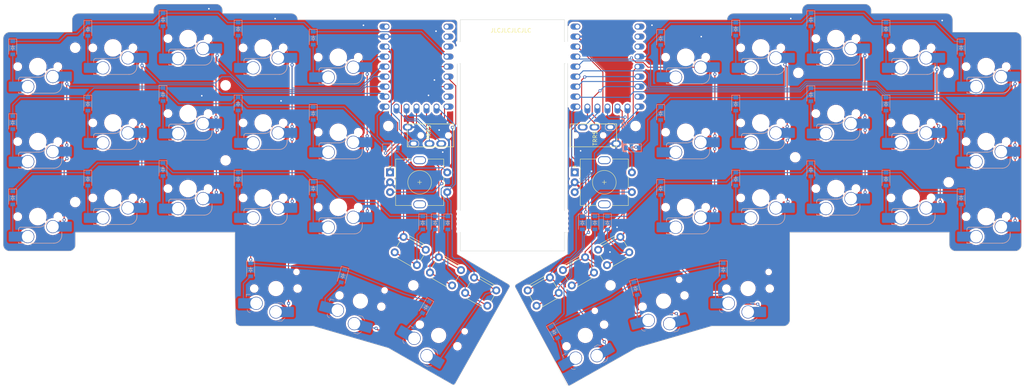
<source format=kicad_pcb>
(kicad_pcb (version 20221018) (generator pcbnew)
  (layers (0 "F.Cu" signal) (31 "B.Cu" signal) (34 "B.Paste" user) (35 "F.Paste" user) (36 "B.SilkS" user "B.Silkscreen") (37 "F.SilkS" user "F.Silkscreen") (38 "B.Mask" user) (39 "F.Mask" user) (44 "Edge.Cuts" user))
  (net 0 "")
  (net 1 "L_ROW1")
  (net 2 "Net-(D1-A)")
  (net 3 "Net-(D2-A)")
  (net 4 "Net-(D3-A)")
  (net 5 "Net-(D4-A)")
  (net 6 "Net-(D5-A)")
  (net 7 "L_ROW2")
  (net 8 "Net-(D6-A)")
  (net 9 "Net-(D7-A)")
  (net 10 "Net-(D8-A)")
  (net 11 "Net-(D9-A)")
  (net 12 "Net-(D10-A)")
  (net 13 "Net-(D11-A)")
  (net 14 "L_ROW3")
  (net 15 "Net-(D12-A)")
  (net 16 "Net-(D13-A)")
  (net 17 "Net-(D14-A)")
  (net 18 "Net-(D15-A)")
  (net 19 "Net-(D16-A)")
  (net 20 "Net-(D17-A)")
  (net 21 "Net-(D18-A)")
  (net 22 "Net-(D19-A)")
  (net 23 "L_ROW4")
  (net 24 "Net-(D20-A)")
  (net 25 "Net-(D21-A)")
  (net 26 "Net-(D22-A)")
  (net 27 "L_GND")
  (net 28 "L_TX")
  (net 29 "L_RX")
  (net 30 "L_VCC")
  (net 31 "L_COL1")
  (net 32 "L_COL2")
  (net 33 "L_COL3")
  (net 34 "L_COL4")
  (net 35 "L_COL5")
  (net 36 "L_ROTA")
  (net 37 "L_ROTB")
  (net 38 "L_COL8")
  (net 39 "L_COL6")
  (net 40 "L_COL7")
  (net 41 "Net-(D23-A)")
  (net 42 "Net-(D24-A)")
  (net 43 "Net-(D25-A)")
  (net 44 "Net-(D26-A)")
  (net 45 "Net-(D27-A)")
  (net 46 "R_ROW1")
  (net 47 "Net-(D28-A)")
  (net 48 "Net-(D29-A)")
  (net 49 "Net-(D30-A)")
  (net 50 "Net-(D31-A)")
  (net 51 "Net-(D32-A)")
  (net 52 "R_ROW2")
  (net 53 "Net-(D33-A)")
  (net 54 "Net-(D34-A)")
  (net 55 "Net-(D35-A)")
  (net 56 "Net-(D36-A)")
  (net 57 "Net-(D37-A)")
  (net 58 "Net-(D38-A)")
  (net 59 "R_ROW3")
  (net 60 "Net-(D39-A)")
  (net 61 "Net-(D40-A)")
  (net 62 "Net-(D41-A)")
  (net 63 "Net-(D42-A)")
  (net 64 "Net-(D43-A)")
  (net 65 "Net-(D44-A)")
  (net 68 "R_ROW4")
  (net 72 "R_GND")
  (net 73 "R_TX")
  (net 74 "R_RX")
  (net 75 "R_VCC")
  (net 76 "R_COL5")
  (net 77 "R_COL4")
  (net 78 "R_COL3")
  (net 79 "R_COL2")
  (net 80 "R_COL1")
  (net 81 "R_ROTA")
  (net 82 "R_ROTB")
  (net 83 "R_COL8")
  (net 84 "R_COL7")
  (net 85 "R_COL6")
  (footprint "sepp:MJ-4PP-9" (layer "F.Cu") (at 131.8125 79.375 -90)
    (fp_text reference "J1")
    (fp_text value "MJ-4PP-9" hide)
  )
  (footprint "sepp:SW_choc_HS_1u" (layer "F.Cu") (at 127.85 130.175 -30)
    (fp_text reference "SW22" hide)
    (fp_text value "choc_SW_HS" hide)
  )
  (footprint "sepp:rp2040-zero-tht" (layer "F.Cu") (at 170.65625 61.9125)
    (fp_text reference "U2" hide)
    (fp_text value "rp2040-zero" hide)
  )
  (footprint "sepp:SW_MX_HS_1u" (layer "F.Cu") (at 266.7 61.90625)
    (fp_text reference "SW27" hide)
    (fp_text value "MX_SW_HS" hide)
  )
  (footprint "sepp:SW_MX_HS_1u" (layer "F.Cu") (at 26.19375 61.90625)
    (fp_text reference "SW1" hide)
    (fp_text value "MX_SW_HS" hide)
  )
  (footprint "sepp:SW_MX_HS_1u" (layer "F.Cu") (at 190.5 59.53125)
    (fp_text reference "SW23" hide)
    (fp_text value "MX_SW_HS" hide)
  )
  (footprint "sepp:actionswitch" (layer "F.Cu") (at 150.431418 118.737693 30)
    (fp_text reference "SW34" hide)
    (fp_text value "actionswitch")
  )
  (footprint "sepp:SW_MX_HS_1u" (layer "F.Cu") (at 45.24375 95.25625)
    (fp_text reference "SW13" hide)
    (fp_text value "MX_SW_HS" hide)
  )
  (footprint "sepp:SW_MX_HS_1u" (layer "F.Cu") (at 45.24375 57.15625)
    (fp_text reference "SW2" hide)
    (fp_text value "MX_SW_HS" hide)
  )
  (footprint "sepp:actionswitch" (layer "F.Cu") (at 118.960418 105.170193 -30)
    (fp_text reference "SW17" hide)
    (fp_text value "actionswitch")
  )
  (footprint "MountingHole:MountingHole_2.2mm_M2" (layer "F.Cu") (at 257.175 63.5)
    (fp_text reference "H15" hide)
    (fp_text value "MountingHole")
  )
  (footprint "sepp:breakaway-mousebites" (layer "F.Cu") (at 132.69 101.22 -90)
    (fp_text reference "H9" hide)
    (fp_text value "mousebites" hide)
  )
  (footprint "sepp:breakaway-mousebites" (layer "F.Cu") (at 160.454 101.11 90)
    (fp_text reference "H7" hide)
    (fp_text value "mousebites" hide)
  )
  (footprint "sepp:SW_MX_HS_1u" (layer "F.Cu") (at 228.6 92.88125)
    (fp_text reference "SW39" hide)
    (fp_text value "MX_SW_HS" hide)
  )
  (footprint "MountingHole:MountingHole_2.2mm_M2" (layer "F.Cu") (at 177.80025 76.9935)
    (fp_text reference "H12" hide)
    (fp_text value "MountingHole")
  )
  (footprint "sepp:SW_MX_HS_1u" (layer "F.Cu") (at 247.65 76.20625)
    (fp_text reference "SW32" hide)
    (fp_text value "MX_SW_HS" hide)
  )
  (footprint "sepp:SW_choc_HS_1u" (layer "F.Cu") (at 184.888 121.44325 15)
    (fp_text reference "SW43" hide)
    (fp_text value "choc_SW_HS" hide)
  )
  (footprint "sepp:MJ-4PP-9" (layer "F.Cu") (at 161.08125 79.3745 90)
    (fp_text reference "J2")
    (fp_text value "MJ-4PP-9" hide)
  )
  (footprint "sepp:SW_MX_HS_1u" (layer "F.Cu") (at 209.55 57.15625)
    (fp_text reference "SW24" hide)
    (fp_text value "MX_SW_HS" hide)
  )
  (footprint "sepp:SW_choc_HS_1u" (layer "F.Cu") (at 206.319 118.26825)
    (fp_text reference "SW44" hide)
    (fp_text value "choc_SW_HS" hide)
  )
  (footprint "sepp:SW_MX_HS_1u" (layer "F.Cu") (at 26.19375 80.95625)
    (fp_text reference "SW6" hide)
    (fp_text value "MX_SW_HS" hide)
  )
  (footprint "MountingHole:MountingHole_2.2mm_M2" (layer "F.Cu") (at 35.68125 96.31875)
    (fp_text reference "H4" hide)
    (fp_text value "MountingHole")
  )
  (footprint "MountingHole:MountingHole_2.2mm_M2" (layer "F.Cu") (at 219.075 63.5)
    (fp_text reference "H11" hide)
    (fp_text value "MountingHole")
  )
  (footprint "sepp:SW_MX_HS_1u" (layer "F.Cu") (at 83.34375 57.15625)
    (fp_text reference "SW4" hide)
    (fp_text value "MX_SW_HS" hide)
  )
  (footprint "sepp:SW_MX_HS_1u" (layer "F.Cu") (at 209.55 95.25625)
    (fp_text reference "SW38" hide)
    (fp_text value "MX_SW_HS" hide)
  )
  (footprint "sepp:SW_MX_HS_1u" (layer "F.Cu") (at 83.34375 76.20625)
    (fp_text reference "SW9" hide)
    (fp_text value "MX_SW_HS" hide)
  )
  (footprint "sepp:SW_MX_HS_1u" (layer "F.Cu") (at 266.7 80.95625)
    (fp_text reference "SW33" hide)
    (fp_text value "MX_SW_HS" hide)
  )
  (footprint "sepp:SW_MX_HS_1u" (layer "F.Cu") (at 247.65 57.15625)
    (fp_text reference "SW26" hide)
    (fp_text value "MX_SW_HS" hide)
  )
  (footprint "sepp:SW_MX_HS_1u" (layer "F.Cu") (at 228.6 73.83125)
    (fp_text reference "SW31" hide)
    (fp_text value "MX_SW_HS" hide)
  )
  (footprint "sepp:SW_MX_HS_1u" (layer "F.Cu") (at 247.65 95.25625)
    (fp_text reference "SW40" hide)
    (fp_text value "MX_SW_HS" hide)
  )
  (footprint "sepp:SW_MX_HS_1u" (layer "F.Cu") (at 64.29375 54.78125)
    (fp_text reference "SW3" hide)
    (fp_text value "MX_SW_HS" hide)
  )
  (footprint "sepp:SW_MX_HS_1u" (layer "F.Cu") (at 209.55 76.20625)
    (fp_text reference "SW30" hide)
    (fp_text value "MX_SW_HS" hide)
  )
  (footprint "sepp:SW_MX_HS_1u" (layer "F.Cu") (at 190.5 97.63125)
    (fp_text reference "SW37" hide)
    (fp_text value "MX_SW_HS" hide)
  )
  (footprint "sepp:SW_MX_HS_1u" (layer "F.Cu") (at 190.5 78.58125)
    (fp_text reference "SW29" hide)
    (fp_text value "MX_SW_HS" hide)
  )
  (footprint "sepp:SW_MX_HS_1u" (layer "F.Cu") (at 64.29375 92.88125)
    (fp_text reference "SW14" hide)
    (fp_text value "MX_SW_HS" hide)
  )
  (footprint "sepp:RotaryEncoder_EC11" (layer "F.Cu") (at 169.863 91.28125)
    (fp_text reference "SW28")
    (fp_text value "RotaryEncoder_Switch")
  )
  (footprint "sepp:SW_MX_HS_1u" (layer "F.Cu") (at 45.24375 76.20625)
    (fp_text reference "SW7" hide)
    (fp_text value "MX_SW_HS" hide)
  )
  (footprint "MountingHole:MountingHole_2.2mm_M2" (layer "F.Cu") (at 35.68125 57.11875)
    (fp_text reference "H5" hide)
    (fp_text value "MountingHole")
  )
  (footprint "MountingHole:MountingHole_2.2mm_M2" (layer "F.Cu") (at 73.81875 66.675)
    (fp_text reference "H6" hide)
    (fp_text value "MountingHole")
  )
  (footprint "sepp:breakaway-mousebites" (layer "F.Cu") (at 132.596 58.4 -90)
    (fp_text reference "H8" hide)
    (fp_text value "mousebites" hide)
  )
  (footprint "sepp:SW_choc_HS_1u" (layer "F.Cu") (at 86.575 118.26875)
    (fp_text reference "SW20" hide)
    (fp_text value "choc_SW_HS" hide)
  )
  (footprint "MountingHole:MountingHole_2.2mm_M2" (layer "F.Cu") (at 218.28125 84.93125)
    (fp_text reference "H13" hide)
    (fp_text value "MountingHole")
  )
  (footprint "sepp:SW_MX_HS_1u" (layer "F.Cu") (at 64.29375 73.83125)
    (fp_text reference "SW8" hide)
    (fp_text value "MX_SW_HS" hide)
  )
  (footprint "MountingHole:MountingHole_2.2mm_M2" (layer "F.Cu") (at 73.81875 85.725)
    (fp_text reference "H2" hide)
    (fp_text value "MountingHole")
  )
  (footprint "sepp:SW_MX_HS_1u" (layer "F.Cu") (at 102.39375 59.53125)
    (fp_text reference "SW5" hide)
    (fp_text value "MX_SW_HS" hide)
  )
  (footprint "sepp:SW_MX_HS_1u" (layer "F.Cu") (at 26.19375 100.00625)
    (fp_text reference "SW12" hide)
    (fp_text value "MX_SW_HS" hide)
  )
  (footprint "sepp:actionswitch" (layer "F.Cu") (at 136.833017 115.488943 -30)
    (fp_text reference "SW19" hide)
    (fp_text value "actionswitch")
  )
  (footprint "sepp:SW_MX_HS_1u" (layer "F.Cu") (at 83.34375 95.25625)
    (fp_text reference "SW15" hide)
    (fp_text value "MX_SW_HS" hide)
  )
  (footprint "sepp:RotaryEncoder_EC11" (layer "F.Cu") (at 123.03125 91.28125)
    (fp_text reference "SW11")
    (fp_text value "RotaryEncoder_Switch")
  )
  (footprint "sepp:SW_MX_HS_1u" (layer "F.Cu") (at 102.39375 97.63125)
    (fp_text reference "SW16" hide)
    (fp_text value "MX_SW_HS" hide)
  )
  (footprint "MountingHole:MountingHole_2.2mm_M2" (layer "F.Cu") (at 121.44375 117.475)
    (fp_text reference "H3" hide)
    (fp_text value "MountingHole")
  )
  (footprint "sepp:SW_MX_HS_1u" (layer "F.Cu") (at 102.39375 78.58125)
    (fp_text reference "SW10" hide)
    (fp_text value "MX_SW_HS" hide)
  )
  (footprint "sepp:SW_choc_HS_1u" (layer "F.Cu") (at 108.00625 121.44375 -15)
    (fp_text reference "SW21" hide)
    (fp_text value "choc_SW_HS" hide)
  )
  (footprint "sepp:actionswitch" (layer "F.Cu") (at 159.368418 113.578693 30)
    (fp_text reference "SW35" hide)
    (fp_text value "actionswitch")
  )
  (footprint "MountingHole:MountingHole_2.2mm_M2" (layer "F.Cu") (at 171.45 117.47425)
    (fp_text reference "H16" hide)
    (fp_text value "MountingHole")
  )
  (footprint "sepp:rp2040-zero-tht" (layer "F.Cu") (at 122.2375 61.9125)
    (fp_text reference "U1" hide)
    (fp_text value "rp2040-zero" hide)
  )
  (footprint "sepp:SW_MX_HS_1u" (layer "F.Cu") (at 228.6 54.78125)
    (fp_text reference "SW25" hide)
    (fp_text value "MX_SW_HS" hide)
  )
  (footprint "sepp:SW_choc_HS_1u" (layer "F.Cu") (at 165.044 130.17425 30)
    (fp_text reference "SW42" hide)
    (fp_text value "choc_SW_HS" hide)
  )
  (footprint "sepp:SW_MX_HS_1u" (layer "F.Cu") (at 266.7 100.00625)
    (fp_text reference "SW41" hide)
    (fp_text value "MX_SW_HS" hide)
  )
  (footprint "MountingHole:MountingHole_2.2mm_M2" (layer "F.Cu") (at 115.09375 76.99375)
    (fp_text reference "H1" hide)
    (fp_text value "MountingHole")
  )
  (footprint "sepp:breakaway-mousebites" (layer "F.Cu") (at 160.46 58.31 90)
    (fp_text reference "H10" hide)
    (fp_text value "mousebites" hide)
  )
  (footprint "sepp:actionswitch" (layer "F.Cu") (at 168.304418 108.419693 30)
    (fp_text reference "SW36" hide)
    (fp_text value "actionswitch")
  )
  (footprint "MountingHole:MountingHole_2.2mm_M2" (layer "F.Cu") (at 257.212 91.28125)
    (fp_text reference "H14" hide)
    (fp_text value "MountingHole")
  )
  (footprint "sepp:actionswitch" (layer "F.Cu") (at 127.896717 110.329568 -30)
    (fp_text reference "SW18" hide)
    (fp_text value "actionswitch")
  )
  (footprint "sepp:D_SOD-123" (layer "B.Cu") (at 222.25 69.05625 -90)
    (fp_text reference "D31" hide)
    (fp_text value "1N4148W")
  )
  (footprint "sepp:D_SOD-123" (layer "B.Cu") (at 177.8 118.26875 -75)
    (fp_text reference "D43" hide)
    (fp_text value "1N4148W")
  )
  (footprint "sepp:D_SOD-123" (layer "B.Cu") (at 241.3 52.3875 -90)
    (fp_text reference "D26" hide)
    (fp_text value "1N4148W")
  )
  (footprint "sepp:D_SOD-123" (layer "B.Cu") (at 38.89375 90.4875 -90)
    (fp_text reference "D13" hide)
    (fp_text value "1N4148W")
  )
  (footprint "sepp:D_SOD-123" (layer "B.Cu") (at 157.1625 129.38125 -60)
    (fp_text reference "D42" hide)
    (fp_text value "1N4148W")
  )
  (footprint "sepp:D_SOD-123" (layer "B.Cu") (at 184.15 73.81875 -90)
    (fp_text reference "D29" hide)
    (fp_text value "1N4148W")
  )
  (footprint "sepp:D_SOD-123" (layer "B.Cu") (at 164.30625 101.6 -90)
    (fp_text reference "D34" hide)
    (fp_text value "1N4148W")
  )
  (footprint "sepp:D_SOD-123" (layer "B.Cu") (at 38.89375 52.45 -90)
    (fp_text reference "D2" hide)
    (fp_text value "1N4148W")
  )
  (footprint "sepp:D_SOD-123" (layer "B.Cu") (at 184.15 54.76875 -90)
    (fp_text reference "D23" hide)
    (fp_text value "1N4148W")
  )
  (footprint "sepp:D_SOD-123" (layer "B.Cu") (at 103.554199 115.100028 -105)
    (fp_text reference "D21" hide)
    (fp_text value "1N4148W")
  )
  (footprint "sepp:D_SOD-123" (layer "B.Cu") (at 96.04375 73.81875 -90)
    (fp_text reference "D10" hide)
    (fp_text value "1N4148W")
  )
  (footprint "sepp:D_SOD-123" (layer "B.Cu") (at 19.84375 95.25 -90)
    (fp_text reference "D12" hide)
    (fp_text value "1N4148W")
  )
  (footprint "sepp:D_SOD-123" (layer "B.Cu") (at 222.25 50.00625 -90)
    (fp_text reference "D25" hide)
    (fp_text value "1N4148W")
  )
  (footprint "sepp:D_SOD-123" (layer "B.Cu") (at 124.61875 123.03125 -120)
    (fp_text reference "D22" hide)
    (fp_text value "1N4148W")
  )
  (footprint "sepp:D_SOD-123" (layer "B.Cu") (at 203.2 71.4375 -90)
    (fp_text reference "D30" hide)
    (fp_text value "1N4148W")
  )
  (footprint "sepp:D_SOD-123" (layer "B.Cu") (at 260.35 76.2 -90)
    (fp_text reference "D33" hide)
    (fp_text value "1N4148W")
  )
  (footprint "sepp:D_SOD-123" (layer "B.Cu") (at 177.00625 82.55 180)
    (fp_text reference "D28" hide)
    (fp_text value "1N4148W")
  )
  (footprint "sepp:D_SOD-123" (layer "B.Cu") (at 170.65625 101.6 -90)
    (fp_text reference "D36" hide)
    (fp_text value "1N4148W")
  )
  (footprint "sepp:D_SOD-123" (layer "B.Cu") (at 241.3 71.4375 -90)
    (fp_text reference "D32" hide)
    (fp_text value "1N4148W")
  )
  (footprint "sepp:D_SOD-123" (layer "B.Cu") (at 57.94375 68.99375 -90)
    (fp_text reference "D8" hide)
    (fp_text value "1N4148W")
  )
  (footprint "sepp:D_SOD-123" (layer "B.Cu") (at 57.94375 88.04375 -90)
    (fp_text reference "D14" hide)
    (fp_text value "1N4148W")
  )
  (footprint "sepp:D_SOD-123" (layer "B.Cu") (at 130.175 101.6 -90)
    (fp_text reference "D19" hide)
    (fp_text value "1N4148W")
  )
  (footprint "sepp:D_SOD-123" (layer "B.Cu") (at 241.3 90.4875 -90)
    (fp_text reference "D40" hide)
    (fp_text value "1N4148W")
  )
  (footprint "sepp:D_SOD-123" (layer "B.Cu") (at 96.04375 92.86875 -90)
    (fp_text reference "D16" hide)
    (fp_text value "1N4148W")
  )
  (footprint "sepp:D_SOD-123" (layer "B.Cu") (at 38.89375 71.4375 -90)
    (fp_text reference "D7" hide)
    (fp_text value "1N4148W")
  )
  (footprint "sepp:D_SOD-123" (layer "B.Cu") (at 96.04375 54.70625 -90)
    (fp_text reference "D5" hide)
    (fp_text value "1N4148W")
  )
  (footprint "sepp:D_SOD-123" (layer "B.Cu") (at 76.99375 71.375 -90)
    (fp_text reference "D9" hide)
    (fp_text value "1N4148W")
  )
  (footprint "sepp:D_SOD-123" (layer "B.Cu") (at 260.35 57.15 -90)
    (fp_text reference "D27" hide)
    (fp_text value "1N4148W")
  )
  (footprint "sepp:D_SOD-123" (layer "B.Cu") (at 76.99375 90.4875 -90)
    (fp_text reference "D15" hide)
    (fp_text value "1N4148W")
  )
  (footprint "sepp:D_SOD-123" (layer "B.Cu") (at 80.16875 113.50625 -90)
    (fp_text reference "D20" hide)
    (fp_text value "1N4148W")
  )
  (footprint "sepp:D_SOD-123" (layer "B.Cu") (at 19.84375 76.1375 -90)
    (fp_text reference "D6" hide)
    (fp_text value "1N4148W")
  )
  (footprint "sepp:D_SOD-123" (layer "B.Cu") (at 123.825 101.6 -90)
    (fp_text reference "D17" hide)
    (fp_text value "1N4148W")
  )
  (footprint "sepp:D_SOD-123" (layer "B.Cu") (at 76.99375 52.3875 -90)
    (fp_text reference "D4" hide)
    (fp_text value "1N4148W")
  )
  (footprint "sepp:D_SOD-123" (layer "B.Cu") (at 222.25 88.10625 -90)
    (fp_text reference "D39" hide)
    (fp_text value "1N4148W")
  )
  (footprint "sepp:D_SOD-123" (layer "B.Cu") (at 19.84375 57.15 -90)
    (fp_text reference "D1" hide)
    (fp_text value "1N4148W")
  )
  (footprint "sepp:D_SOD-123" (layer "B.Cu") (at 200.025 113.50625 -90)
    (fp_text reference "D44" hide)
    (fp_text value "1N4148W")
  )
  (footprint "sepp:D_SOD-123" (layer "B.Cu") (at 203.2 52.3875 -90)
    (fp_text reference "D24" hide)
    (fp_text value "1N4148W")
  )
  (footprint "sepp:D_SOD-123" (layer "B.Cu") (at 167.48125 101.6 -90)
    (fp_text reference "D35" hide)
    (fp_text value "1N4148W")
  )
  (footprint "sepp:D_SOD-123" (layer "B.Cu") (at 127 101.6 -90)
    (fp_text reference "D18" hide)
    (fp_text value "1N4148W")
  )
  (footprint "sepp:D_SOD-123" (layer "B.Cu") (at 260.35 95.25 -90)
    (fp_text reference "D41" hide)
    (fp_text value "1N4148W")
  )
  (footprint "sepp:D_SOD-123" (layer "B.Cu") (at 184.15 92.86875 -90)
    (fp_text reference "D37" hide)
    (fp_text value "1N4148W")
  )
  (footprint "sepp:D_SOD-123" (layer "B.Cu") (at 115.8875 82.55)
    (fp_text reference "D11" hide)
    (fp_text value "1N4148W")
  )
  (footprint "sepp:D_SOD-123" (layer "B.Cu") (at 57.94375 50.00625 -90)
    (fp_text reference "D3" hide)
    (fp_text value "1N4148W")
  )
  (footprint "sepp:D_SOD-123" (layer "B.Cu") (at 203.2 90.4875 -90)
    (fp_text reference "D38" hide)
    (fp_text value "1N4148W")
  )
  (gr_line (start 34.13125 108.74375) (end 19.05 108.74375) (stroke (width 0.1)) (layer "Edge.Cuts"))
  (gr_line (start 57.15 46.0375) (end 71.4375 46.0375) (stroke (width 0.1)) (layer "Edge.Cuts"))
  (gr_line (start 34.925 53.18125) (end 34.925 50.00625) (stroke (width 0.1)) (layer "Edge.Cuts"))
  (gr_arc (start 216.907748 126.20625) (mid 216.44278 127.328782) (end 215.320248 127.79375) (stroke (width 0.1)) (layer "Edge.Cuts"))
  (gr_line (start 275.645248 107.15625) (end 275.645248 54.76875) (stroke (width 0.1)) (layer "Edge.Cuts"))
  (gr_arc (start 220.082748 47.625) (mid 220.547716 46.502468) (end 221.670248 46.0375) (stroke (width 0.1)) (layer "Edge.Cuts"))
  (gr_line (start 132.55625 61.11875) (end 133.35 61.11875) (stroke (width 0.1)) (layer "Edge.Cuts"))
  (gr_line (start 160.551498 55.5625) (end 160.551498 50.8) (stroke (width 0.1)) (layer "Edge.Cuts"))
  (gr_line (start 237.545248 47.625) (end 237.545248 48.41875) (stroke (width 0.1)) (layer "Edge.Cuts"))
  (gr_line (start 17.4625 54.76875) (end 17.4625 107.15625) (stroke (width 0.1)) (layer "Edge.Cuts"))
  (gr_line (start 160.551498 61.11875) (end 160.551498 98.425) (stroke (width 0.1)) (layer "Edge.Cuts"))
  (gr_arc (start 17.4625 54.76875) (mid 17.927468 53.646218) (end 19.05 53.18125) (stroke (width 0.1)) (layer "Edge.Cuts"))
  (gr_line (start 73.025 48.41875) (end 90.4875 48.41875) (stroke (width 0.1)) (layer "Edge.Cuts"))
  (gr_line (start 115.09375 133.35) (end 96.04375 127.79375) (stroke (width 0.1)) (layer "Edge.Cuts"))
  (gr_line (start 159.757748 50.00625) (end 159.757748 55.5625) (stroke (width 0.1)) (layer "Edge.Cuts"))
  (gr_line (start 132.55625 98.425) (end 132.55625 61.11875) (stroke (width 0.1)) (layer "Edge.Cuts"))
  (gr_arc (start 19.05 108.74375) (mid 17.927468 108.278782) (end 17.4625 107.15625) (stroke (width 0.1)) (layer "Edge.Cuts"))
  (gr_line (start 257.388998 107.15625) (end 257.388998 103.98125) (stroke (width 0.1)) (layer "Edge.Cuts"))
  (gr_line (start 159.757748 55.5625) (end 160.551498 55.5625) (stroke (width 0.1)) (layer "Edge.Cuts"))
  (gr_line (start 132.55625 103.98125) (end 133.35 103.98125) (stroke (width 0.1)) (layer "Edge.Cuts"))
  (gr_line (start 131.33125 142.61875) (end 115.09375 133.35) (stroke (width 0.1)) (layer "Edge.Cuts"))
  (gr_line (start 159.757748 98.425) (end 159.757748 61.11875) (stroke (width 0.1)) (layer "Edge.Cuts"))
  (gr_line (start 133.35 98.425) (end 132.55625 98.425) (stroke (width 0.1)) (layer "Edge.Cuts"))
  (gr_line (start 216.907748 103.98125) (end 216.907748 126.20625) (stroke (width 0.1)) (layer "Edge.Cuts"))
  (gr_line (start 92.075 50.00625) (end 131.7625 50.00625) (stroke (width 0.1)) (layer "Edge.Cuts"))
  (gr_arc (start 160.551498 50.8) (mid 160.783982 50.238734) (end 161.345248 50.00625) (stroke (width 0.1)) (layer "Edge.Cuts"))
  (gr_line (start 197.063998 127.79375) (end 178.013998 133.35) (stroke (width 0.1)) (layer "Edge.Cuts"))
  (gr_arc (start 147.266044 117.859624) (mid 147.305045 117.461959) (end 147.576498 117.16875) (stroke (width 0.1)) (layer "Edge.Cuts"))
  (gr_line (start 258.182748 50.00625) (end 258.182748 53.18125) (stroke (width 0.1)) (layer "Edge.Cuts"))
  (gr_line (start 237.545248 48.41875) (end 256.595248 48.41875) (stroke (width 0.1)) (layer "Edge.Cuts"))
  (gr_line (start 35.71875 103.98125) (end 35.71875 107.15625) (stroke (width 0.1)) (layer "Edge.Cuts"))
  (gr_arc (start 258.976498 108.74375) (mid 257.853966 108.278782) (end 257.388998 107.15625) (stroke (width 0.1)) (layer "Edge.Cuts"))
  (gr_line (start 161.345248 50.00625) (end 201.032748 50.00625) (stroke (width 0.1)) (layer "Edge.Cuts"))
  (gr_line (start 159.757748 98.425) (end 160.551498 98.425) (stroke (width 0.1)) (layer "Edge.Cuts"))
  (gr_line (start 178.013998 133.35) (end 161.13125 142.875) (stroke (width 0.1)) (layer "Edge.Cuts"))
  (gr_arc (start 201.032748 50.00625) (mid 201.497716 48.883718) (end 202.620248 48.41875) (stroke (width 0.1)) (layer "Edge.Cuts"))
  (gr_line (start 145.841704 117.859624) (end 132.08125 142.31875) (stroke (width 0.1)) (layer "Edge.Cuts"))
  (gr_line (start 221.670248 46.0375) (end 235.957748 46.0375) (stroke (width 0.1)) (layer "Edge.Cuts"))
  (gr_line (start 73.025 47.625) (end 73.025 48.41875) (stroke (width 0.1)) (layer "Edge.Cuts"))
  (gr_line (start 274.057748 108.74375) (end 258.976498 108.74375) (stroke (width 0.1)) (layer "Edge.Cuts"))
  (gr_line (start 160.38125 142.575) (end 147.266044 117.859624) (stroke (width 0.1)) (layer "Edge.Cuts"))
  (gr_arc (start 145.53125 117.16875) (mid 145.802703 117.461959) (end 145.841704 117.859624) (stroke (width 0.1)) (layer "Edge.Cuts"))
  (gr_line (start 159.757748 108.74375) (end 156.36875 108.74375) (stroke (width 0.1)) (layer "Edge.Cuts"))
  (gr_arc (start 55.5625 47.625) (mid 56.027468 46.502468) (end 57.15 46.0375) (stroke (width 0.1)) (layer "Edge.Cuts"))
  (gr_line (start 133.35 55.5625) (end 133.35 50.00625) (stroke (width 0.1)) (layer "Edge.Cuts"))
  (gr_arc (start 256.595248 48.41875) (mid 257.71778 48.883718) (end 258.182748 50.00625) (stroke (width 0.1)) (layer "Edge.Cuts"))
  (gr_line (start 215.320248 127.79375) (end 197.063998 127.79375) (stroke (width 0.1)) (layer "Edge.Cuts"))
  (gr_line (start 159.757748 61.11875) (end 160.551498 61.11875) (stroke (width 0.1)) (layer "Edge.Cuts"))
  (gr_line (start 132.55625 109.5375) (end 145.53125 117.16875) (stroke (width 0.1)) (layer "Edge.Cuts"))
  (gr_arc (start 131.7625 50.00625) (mid 132.323766 50.238734) (end 132.55625 50.8) (stroke (width 0.1)) (layer "Edge.Cuts"))
  (gr_arc (start 35.71875 107.15625) (mid 35.253782 108.278782) (end 34.13125 108.74375) (stroke (width 0.1)) (layer "Edge.Cuts"))
  (gr_arc (start 132.08125 142.31875) (mid 131.770863 142.630283) (end 131.33125 142.61875) (stroke (width 0.1)) (layer "Edge.Cuts"))
  (gr_line (start 132.55625 50.8) (end 132.55625 55.5625) (stroke (width 0.1)) (layer "Edge.Cuts"))
  (gr_line (start 76.2 126.20625) (end 76.2 103.98125) (stroke (width 0.1)) (layer "Edge.Cuts"))
  (gr_arc (start 275.645248 107.15625) (mid 275.18028 108.278782) (end 274.057748 108.74375) (stroke (width 0.1)) (layer "Edge.Cuts"))
  (gr_arc (start 90.4875 48.41875) (mid 91.610032 48.883718) (end 92.075 50.00625) (stroke (width 0.1)) (layer "Edge.Cuts"))
  (gr_arc (start 34.925 50.00625) (mid 35.389968 48.883718) (end 36.5125 48.41875) (stroke (width 0.1)) (layer "Edge.Cuts"))
  (gr_line (start 160.551498 109.5375) (end 160.551498 103.98125) (stroke (width 0.1)) (layer "Edge.Cuts"))
  (gr_line (start 258.182748 53.18125) (end 274.057748 53.18125) (stroke (width 0.1)) (layer "Edge.Cuts"))
  (gr_line (start 257.388998 103.98125) (end 216.907748 103.98125) (stroke (width 0.1)) (layer "Edge.Cuts"))
  (gr_arc (start 235.957748 46.0375) (mid 237.08028 46.502468) (end 237.545248 47.625) (stroke (width 0.1)) (layer "Edge.Cuts"))
  (gr_line (start 19.05 53.18125) (end 34.925 53.18125) (stroke (width 0.1)) (layer "Edge.Cuts"))
  (gr_line (start 76.2 103.98125) (end 35.71875 103.98125) (stroke (width 0.1)) (layer "Edge.Cuts"))
  (gr_line (start 133.35 61.11875) (end 133.35 98.425) (stroke (width 0.1)) (layer "Edge.Cuts"))
  (gr_line (start 133.35 50.00625) (end 159.757748 50.00625) (stroke (width 0.1)) (layer "Edge.Cuts"))
  (gr_line (start 220.082748 48.41875) (end 220.082748 47.625) (stroke (width 0.1)) (layer "Edge.Cuts"))
  (gr_line (start 159.757748 103.98125) (end 159.757748 108.74375) (stroke (width 0.1)) (layer "Edge.Cuts"))
  (gr_line (start 147.576498 117.16875) (end 160.551498 109.5375) (stroke (width 0.1)) (layer "Edge.Cuts"))
  (gr_line (start 132.55625 55.5625) (end 133.35 55.5625) (stroke (width 0.1)) (layer "Edge.Cuts"))
  (gr_line (start 55.5625 48.41875) (end 55.5625 47.625) (stroke (width 0.1)) (layer "Edge.Cuts"))
  (gr_arc (start 161.13125 142.875) (mid 160.691637 142.886533) (end 160.38125 142.575) (stroke (width 0.1)) (layer "Edge.Cuts"))
  (gr_line (start 202.620248 48.41875) (end 220.082748 48.41875) (stroke (width 0.1)) (layer "Edge.Cuts"))
  (gr_line (start 133.35 108.74375) (end 156.36875 108.74375) (stroke (width 0.1)) (layer "Edge.Cuts"))
  (gr_arc (start 77.7875 127.79375) (mid 76.664968 127.328782) (end 76.2 126.20625) (stroke (width 0.1)) (layer "Edge.Cuts"))
  (gr_arc (start 274.057748 53.18125) (mid 275.18028 53.646218) (end 275.645248 54.76875) (stroke (width 0.1)) (layer "Edge.Cuts"))
  (gr_line (start 132.55625 109.5375) (end 132.55625 103.98125) (stroke (width 0.1)) (layer "Edge.Cuts"))
  (gr_line (start 96.04375 127.79375) (end 77.7875 127.79375) (stroke (width 0.1)) (layer "Edge.Cuts"))
  (gr_line (start 159.757748 103.98125) (end 160.551498 103.98125) (stroke (width 0.1)) (layer "Edge.Cuts"))
  (gr_arc (start 71.4375 46.0375) (mid 72.560032 46.502468) (end 73.025 47.625) (stroke (width 0.1)) (layer "Edge.Cuts"))
  (gr_line (start 36.5125 48.41875) (end 55.5625 48.41875) (stroke (width 0.1)) (layer "Edge.Cuts"))
  (gr_line (start 133.35 103.98125) (end 133.35 108.74375) (stroke (width 0.1)) (layer "Edge.Cuts"))
  (gr_text "JLCJLCJLCJLC" (at 146.18 52.74) (layer "F.SilkS") (effects (font (size 1 1))))
  (segment (start 71.96875 48.35625) (end 74.35 50.7375) (width 0.25) (layer "B.Cu") (net 1))
  (segment (start 55.5 50.8) (end 57.94375 48.35625) (width 0.25) (layer "B.Cu") (net 1))
  (segment (start 36.13125 53.61875) (end 38.89375 50.85625) (width 0.25) (layer "B.Cu") (net 1))
  (segment (start 38.89375 50.8) (end 55.5 50.8) (width 0.25) (layer "B.Cu") (net 1))
  (segment (start 19.84375 55.5) (end 31.6 55.5) (width 0.25) (layer "B.Cu") (net 1))
  (segment (start 38.89375 50.85625) (end 38.89375 50.8) (width 0.25) (layer "B.Cu") (net 1))
  (segment (start 76.99375 50.7375) (end 93.725 50.7375) (width 0.25) (layer "B.Cu") (net 1))
  (segment (start 31.6 55.5) (end 33.48125 53.61875) (width 0.25) (layer "B.Cu") (net 1))
  (segment (start 33.48125 53.61875) (end 36.13125 53.61875) (width 0.25) (layer "B.Cu") (net 1))
  (segment (start 96.04375 53.05625) (end 123.54125 53.05625) (width 0.25) (layer "B.Cu") (net 1))
  (segment (start 57.94375 48.35625) (end 71.96875 48.35625) (width 0.25) (layer "B.Cu") (net 1))
  (segment (start 93.725 50.7375) (end 96.04375 53.05625) (width 0.25) (layer "B.Cu") (net 1))
  (segment (start 123.54125 53.05625) (end 129.8575 59.3725) (width 0.25) (layer "B.Cu") (net 1))
  (segment (start 74.35 50.7375) (end 76.99375 50.7375) (width 0.25) (layer "B.Cu") (net 1))
  (segment (start 19.84375 66.72625) (end 20.10375 66.98625) (width 0.25) (layer "B.Cu") (net 2))
  (segment (start 19.84375 58.8) (end 19.84375 66.72625) (width 0.25) (layer "B.Cu") (net 2))
  (segment (start 38.89375 61.97625) (end 39.15375 62.23625) (width 0.25) (layer "B.Cu") (net 3))
  (segment (start 38.89375 54.1) (end 38.89375 61.97625) (width 0.25) (layer "B.Cu") (net 3))
  (segment (start 57.94375 59.60125) (end 58.20375 59.86125) (width 0.25) (layer "B.Cu") (net 4))
  (segment (start 57.94375 51.65625) (end 57.94375 59.60125) (width 0.25) (layer "B.Cu") (net 4))
  (segment (start 76.99375 61.97625) (end 77.25375 62.23625) (width 0.25) (layer "B.Cu") (net 5))
  (segment (start 76.99375 54.0375) (end 76.99375 61.97625) (width 0.25) (layer "B.Cu") (net 5))
  (segment (start 96.04375 56.35625) (end 96.04375 64.35125) (width 0.25) (layer "B.Cu") (net 6))
  (segment (start 96.04375 64.35125) (end 96.30375 64.61125) (width 0.25) (layer "B.Cu") (net 6))
  (segment (start 117.43125 80.81875) (end 114.38125 83.86875) (width 0.25) (layer "F.Cu") (net 7))
  (segment (start 115.88125 71.66875) (end 115.88125 74.61875) (width 0.25) (layer "F.Cu") (net 7))
  (segment (start 115.88125 74.61875) (end 117.43125 76.16875) (width 0.25) (layer "F.Cu") (net 7))
  (segment (start 125.6375 61.9125) (end 115.88125 71.66875) (width 0.25) (layer "F.Cu") (net 7))
  (segment (start 129.8575 61.9125) (end 125.6375 61.9125) (width 0.25) (layer "F.Cu") (net 7))
  (segment (start 117.43125 76.16875) (end 117.43125 80.81875) (width 0.25) (layer "F.Cu") (net 7))
  (via (at 114.38125 83.86875) (size 0.8) (drill 0.4) (layers "F.Cu" "B.Cu") (net 7))
  (segment (start 114.38125 83.86875) (end 114.38125 82.69375) (width 0.25) (layer "B.Cu") (net 7))
  (segment (start 103.85625 72.16875) (end 114.2375 82.55) (width 0.25) (layer "B.Cu") (net 7))
  (segment (start 96.04375 72.16875) (end 103.85625 72.16875) (width 0.25) (layer "B.Cu") (net 7))
  (segment (start 19.84375 74.4875) (end 19.84375 71.65625) (width 0.25) (layer "B.Cu") (net 7))
  (segment (start 61.91875 71.31875) (end 57.94375 67.34375) (width 0.25) (layer "B.Cu") (net 7))
  (segment (start 19.84375 71.65625) (end 21.7125 69.7875) (width 0.25) (layer "B.Cu") (net 7))
  (segment (start 114.38125 82.69375) (end 114.2375 82.55) (width 0.25) (layer "B.Cu") (net 7))
  (segment (start 76.99375 69.725) (end 75.4 71.31875) (width 0.25) (layer "B.Cu") (net 7))
  (segment (start 96.04375 72.16875) (end 79.4375 72.16875) (width 0.25) (layer "B.Cu") (net 7))
  (segment (start 38.89375 69.7875) (end 38.89375 68.85625) (width 0.25) (layer "B.Cu") (net 7))
  (segment (start 40.40625 67.34375) (end 57.94375 67.34375) (width 0.25) (layer "B.Cu") (net 7))
  (segment (start 75.4 71.31875) (end 61.91875 71.31875) (width 0.25) (layer "B.Cu") (net 7))
  (segment (start 79.4375 72.16875) (end 76.99375 69.725) (width 0.25) (layer "B.Cu") (net 7))
  (segment (start 21.7125 69.7875) (end 38.89375 69.7875) (width 0.25) (layer "B.Cu") (net 7))
  (segment (start 38.89375 68.85625) (end 40.40625 67.34375) (width 0.25) (layer "B.Cu") (net 7))
  (segment (start 19.84375 77.7875) (end 19.84375 85.77625) (width 0.25) (layer "B.Cu") (net 8))
  (segment (start 19.84375 85.77625) (end 20.10375 86.03625) (width 0.25) (layer "B.Cu") (net 8))
  (segment (start 38.89375 73.0875) (end 38.89375 81.02625) (width 0.25) (layer "B.Cu") (net 9))
  (segment (start 38.89375 81.02625) (end 39.15375 81.28625) (width 0.25) (layer "B.Cu") (net 9))
  (segment (start 57.94375 78.65125) (end 58.20375 78.91125) (width 0.25) (layer "B.Cu") (net 10))
  (segment (start 57.94375 70.64375) (end 57.94375 78.65125) (width 0.25) (layer "B.Cu") (net 10))
  (segment (start 76.99375 81.02625) (end 77.25375 81.28625) (width 0.25) (layer "B.Cu") (net 11))
  (segment (start 76.99375 73.025) (end 76.99375 81.02625) (width 0.25) (layer "B.Cu") (net 11))
  (segment (start 96.04375 83.40125) (end 96.30375 83.66125) (width 0.25) (layer "B.Cu") (net 12))
  (segment (start 96.04375 75.46875) (end 96.04375 83.40125) (width 0.25) (layer "B.Cu") (net 12))
  (segment (start 117.5375 83.475) (end 121.73125 87.66875) (width 0.25) (layer "B.Cu") (net 13))
  (segment (start 126.93125 87.61875) (end 128.86875 87.61875) (width 0.25) (layer "B.Cu") (net 13))
  (segment (start 117.5375 82.55) (end 117.5375 83.475) (width 0.25) (layer "B.Cu") (net 13))
  (segment (start 126.88125 87.66875) (end 126.93125 87.61875) (width 0.25) (layer "B.Cu") (net 13))
  (segment (start 128.86875 87.61875) (end 130.03125 88.78125) (width 0.25) (layer "B.Cu") (net 13))
  (segment (start 121.73125 87.66875) (end 126.88125 87.66875) (width 0.25) (layer "B.Cu") (net 13))
  (segment (start 132.18125 76.515539) (end 132.18125 66.77625) (width 0.25) (layer "F.Cu") (net 14))
  (segment (start 131.35675 77.340039) (end 132.18125 76.515539) (width 0.25) (layer "F.Cu") (net 14))
  (segment (start 132.18125 66.77625) (end 129.8575 64.4525) (width 0.25) (layer "F.Cu") (net 14))
  (via (at 131.35675 77.340039) (size 0.8) (drill 0.4) (layers "F.Cu" "B.Cu") (net 14))
  (segment (start 130.175 99.95) (end 130.175 96.1625) (width 0.25) (layer "B.Cu") (net 14))
  (segment (start 131.369641 91.807141) (end 131.35675 91.79425) (width 0.25) (layer "B.Cu") (net 14))
  (segment (start 102.53125 95.16875) (end 106.018271 95.16875) (width 0.25) (layer "B.Cu") (net 14))
  (segment (start 60.3875 88.8375) (end 57.94375 86.39375) (width 0.25) (layer "B.Cu") (net 14))
  (segment (start 41.3375 86.39375) (end 38.89375 88.8375) (width 0.25) (layer "B.Cu") (net 14))
  (segment (start 111.944229 96.381729) (end 115.5125 99.95) (width 0.25) (layer "B.Cu") (net 14))
  (segment (start 115.5125 99.95) (end 123.825 99.95) (width 0.25) (layer "B.Cu") (net 14))
  (segment (start 107.23125 96.381729) (end 111.944229 96.381729) (width 0.25) (layer "B.Cu") (net 14))
  (segment (start 130.175 96.1625) (end 128.48125 94.46875) (width 0.25) (layer "B.Cu") (net 14))
  (segment (start 128.48125 94.46875) (end 128.48125 92.96875) (width 0.25) (layer "B.Cu") (net 14))
  (segment (start 96.04375 91.21875) (end 98.58125 91.21875) (width 0.25) (layer "B.Cu") (net 14))
  (segment (start 38.89375 88.8375) (end 24.60625 88.8375) (width 0.25) (layer "B.Cu") (net 14))
  (segment (start 93.6625 88.8375) (end 96.04375 91.21875) (width 0.25) (layer "B.Cu") (net 14))
  (segment (start 98.58125 91.21875) (end 102.53125 95.16875) (width 0.25) (layer "B.Cu") (net 14))
  (segment (start 76.99375 88.8375) (end 93.6625 88.8375) (width 0.25) (layer "B.Cu") (net 14))
  (segment (start 76.99375 88.8375) (end 60.3875 88.8375) (width 0.25) (layer "B.Cu") (net 14))
  (segment (start 123.825 99.95) (end 127 99.95) (width 0.25) (layer "B.Cu") (net 14))
  (segment (start 106.018271 95.16875) (end 107.23125 96.381729) (width 0.25) (layer "B.Cu") (net 14))
  (segment (start 130.758032 92.41875) (end 131.369641 91.807141) (width 0.25) (layer "B.Cu") (net 14))
  (segment (start 24.60625 88.8375) (end 19.84375 93.6) (width 0.25) (layer "B.Cu") (net 14))
  (segment (start 57.94375 86.39375) (end 41.3375 86.39375) (width 0.25) (layer "B.Cu") (net 14))
  (segment (start 127 99.95) (end 130.175 99.95) (width 0.25) (layer "B.Cu") (net 14))
  (segment (start 128.48125 92.96875) (end 129.03125 92.41875) (width 0.25) (layer "B.Cu") (net 14))
  (segment (start 131.35675 91.79425) (end 131.35675 77.340039) (width 0.25) (layer "B.Cu") (net 14))
  (segment (start 129.03125 92.41875) (end 130.758032 92.41875) (width 0.25) (layer "B.Cu") (net 14))
  (segment (start 19.84375 104.82625) (end 20.10375 105.08625) (width 0.25) (layer "B.Cu") (net 15))
  (segment (start 19.84375 96.9) (end 19.84375 104.82625) (width 0.25) (layer "B.Cu") (net 15))
  (segment (start 38.89375 92.1375) (end 38.89375 100.07625) (width 0.25) (layer "B.Cu") (net 16))
  (segment (start 38.89375 100.07625) (end 39.15375 100.33625) (width 0.25) (layer "B.Cu") (net 16))
  (segment (start 57.94375 89.69375) (end 57.94375 97.70125) (width 0.25) (layer "B.Cu") (net 17))
  (segment (start 57.94375 97.70125) (end 58.20375 97.96125) (width 0.25) (layer "B.Cu") (net 17))
  (segment (start 76.99375 100.07625) (end 77.25375 100.33625) (width 0.25) (layer "B.Cu") (net 18))
  (segment (start 76.99375 92.1375) (end 76.99375 100.07625) (width 0.25) (layer "B.Cu") (net 18))
  (segment (start 96.04375 94.51875) (end 96.04375 102.45125) (width 0.25) (layer "B.Cu") (net 19))
  (segment (start 96.04375 102.45125) (end 96.30375 102.71125) (width 0.25) (layer "B.Cu") (net 19))
  (segment (start 116.710418 109.067307) (end 122.339583 112.317307) (width 0.25) (layer "F.Cu") (net 20))
  (segment (start 123.825 103.25) (end 122.339583 104.735417) (width 0.25) (layer "B.Cu") (net 20))
  (segment (start 122.339583 104.735417) (end 122.339583 112.317307) (width 0.25) (layer "B.Cu") (net 20))
  (segment (start 131.275882 117.476682) (end 125.646717 114.226682) (width 0.25) (layer "F.Cu") (net 21))
  (segment (start 126.33125 103.91875) (end 126.33125 111.56875) (width 0.25) (layer "B.Cu") (net 21))
  (segment (start 125.646717 112.253283) (end 125.646717 114.226682) (width 0.25) (layer "B.Cu") (net 21))
  (segment (start 127 103.25) (end 126.33125 103.91875) (width 0.25) (layer "B.Cu") (net 21))
  (segment (start 126.33125 111.56875) (end 125.646717 112.253283) (width 0.25) (layer "B.Cu") (net 21))
  (segment (start 134.583017 119.386057) (end 140.212182 122.636057) (width 0.25) (layer "F.Cu") (net 22))
  (segment (start 130.175 103.25) (end 130.175 113.0625) (width 0.25) (layer "B.Cu") (net 22))
  (segment (start 130.175 113.0625) (end 134.583017 117.470517) (width 0.25) (layer "B.Cu") (net 22))
  (segment (start 134.583017 117.470517) (end 134.583017 119.386057) (width 0.25) (layer "B.Cu") (net 22))
  (segment (start 109.83125 106.76875) (end 80.93125 106.76875) (width 0.25) (layer "F.Cu") (net 23))
  (segment (start 80.18125 107.51875) (end 80.18125 110.91875) (width 0.25) (layer "F.Cu") (net 23))
  (segment (start 118.399109 80.875505) (end 112.48125 86.793364) (width 0.25) (layer "F.Cu") (net 23))
  (segment (start 112.48125 104.11875) (end 109.83125 106.76875) (width 0.25) (layer "F.Cu") (net 23))
  (segment (start 121.193218 66.9925) (end 118.399109 69.786609) (width 0.25) (layer "F.Cu") (net 23))
  (segment (start 112.48125 86.793364) (end 112.48125 104.11875) (width 0.25) (layer "F.Cu") (net 23))
  (segment (start 118.399109 69.786609) (end 118.399109 80.875505) (width 0.25) (layer "F.Cu") (net 23))
  (segment (start 129.8575 66.9925) (end 121.193218 66.9925) (width 0.25) (layer "F.Cu") (net 23))
  (segment (start 80.93125 106.76875) (end 80.18125 107.51875) (width 0.25) (layer "F.Cu") (net 23))
  (via (at 80.18125 110.91875) (size 0.8) (drill 0.4) (layers "F.Cu" "B.Cu") (net 23))
  (segment (start 103.98125 113.50625) (end 118.98125 119.56875) (width 0.25) (layer "B.Cu") (net 23))
  (segment (start 80.18125 111.84375) (end 80.16875 111.85625) (width 0.25) (layer "B.Cu") (net 23))
  (segment (start 80.16875 111.85625) (end 103.98125 113.50625) (width 0.25) (layer "B.Cu") (net 23))
  (segment (start 118.98125 119.56875) (end 125.44375 121.602308) (width 0.25) (layer "B.Cu") (net 23))
  (segment (start 80.18125 110.91875) (end 80.18125 111.84375) (width 0.25) (layer "B.Cu") (net 23))
  (segment (start 78.33 116.995) (end 78.33 122.01875) (width 0.25) (layer "B.Cu") (net 24))
  (segment (start 80.16875 115.15625) (end 78.33 116.995) (width 0.25) (layer "B.Cu") (net 24))
  (segment (start 103.127148 116.693806) (end 99.07162 120.749334) (width 0.25) (layer "B.Cu") (net 25))
  (segment (start 99.07162 120.749334) (end 99.07162 122.932009) (width 0.25) (layer "B.Cu") (net 25))
  (segment (start 123.79375 124.460192) (end 118.953847 129.300095) (width 0.25) (layer "B.Cu") (net 26))
  (segment (start 118.953847 129.300095) (end 118.834621 129.300095) (width 0.25) (layer "B.Cu") (net 26))
  (via (at 128.88125 83.61875) (size 0.8) (drill 0.4) (layers "F.Cu" "B.Cu") (net 27))
  (via (at 87.88125 70.61875) (size 0.8) (drill 0.4) (layers "F.Cu" "B.Cu") (net 27))
  (via (at 130.08125 76.11875) (size 0.8) (drill 0.4) (layers "F.Cu" "B.Cu") (net 27))
  (via (at 126.78125 65.31875) (size 0.8) (drill 0.4) (layers "F.Cu" "B.Cu") (net 27))
  (via (at 108.78125 51.41875) (size 0.8) (drill 0.4) (layers "F.Cu" "B.Cu") (net 27))
  (via (at 125.28125 69.21875) (size 0.8) (drill 0.4) (layers "F.Cu" "B.Cu") (net 27))
  (via (at 127.18125 52.91875) (size 0.8) (drill 0.4) (layers "F.Cu" "B.Cu") (net 27))
  (via (at 127.98125 78.01875) (size 0.8) (drill 0.4) (layers "F.Cu" "B.Cu") (net 27))
  (via (at 67.78125 69.31875) (size 0.8) (drill 0.4) (layers "F.Cu" "B.Cu") (net 27))
  (via (at 69.58125 47.21875) (size 0.8) (drill 0.4) (layers "F.Cu" "B.Cu") (net 27))
  (via (at 86.38125 49.71875) (size 0.8) (drill 0.4) (layers "F.Cu" "B.Cu") (net 27))
  (segment (start 128.5125 81.164282) (end 122.567448 75.21923) (width 0.25) (layer "B.Cu") (net 28))
  (segment (start 119.674109 72.095891) (end 119.6975 72.0725) (width 0.25) (layer "B.Cu") (net 28))
  (segment (start 128.5125 81.475) (end 128.5125 81.164282) (width 0.25) (layer "B.Cu") (net 28))
  (segment (start 122.567448 75.21923) (end 120.217448 75.21923) (width 0.25) (layer "B.Cu") (net 28))
  (segment (start 119.674109 74.675891) (end 119.674109 72.095891) (width 0.25) (layer "B.Cu") (net 28))
  (segment (start 120.217448 75.21923) (end 119.674109 74.675891) (width 0.25) (layer "B.Cu") (net 28))
  (segment (start 122.38125 75.66875) (end 125.5125 78.8) (width 0.25) (layer "B.Cu") (net 29))
  (segment (start 117.1575 72.0725) (end 117.1575 72.795) (width 0.25) (layer "B.Cu") (net 29))
  (segment (start 117.1575 72.795) (end 120.03125 75.66875) (width 0.25) (layer "B.Cu") (net 29))
  (segment (start 120.03125 75.66875) (end 122.38125 75.66875) (width 0.25) (layer "B.Cu") (net 29))
  (segment (start 125.5125 78.8) (end 125.5125 81.475) (width 0.25) (layer "B.Cu") (net 29))
  (segment (start 115.83125 58.04625) (end 114.6175 56.8325) (width 0.25) (layer "B.Cu") (net 30))
  (segment (start 115.83125 73.51875) (end 115.83125 58.04625) (width 0.25) (layer "B.Cu") (net 30))
  (segment (start 117.88125 75.56875) (end 115.83125 73.51875) (width 0.25) (layer "B.Cu") (net 30))
  (segment (start 117.88125 77.84375) (end 117.88125 75.56875) (width 0.25) (layer "B.Cu") (net 30))
  (segment (start 121.5125 81.475) (end 117.88125 77.84375) (width 0.25) (layer "B.Cu") (net 30))
  (segment (start 33.58125 85.26875) (end 32.88125 85.96875) (width 0.25) (layer "F.Cu") (net 31))
  (segment (start 33.53125 66.26875) (end 33.53125 81.81875) (width 0.25) (layer "F.Cu") (net 31))
  (segment (start 32.88125 85.96875) (end 32.88125 100.81875) (width 0.25) (layer "F.Cu") (net 31))
  (via (at 33.53125 66.26875) (size 0.8) (drill 0.4) (layers "F.Cu" "B.Cu") (net 31))
  (via (at 33.58125 85.26875) (size 0.8) (drill 0.4) (layers "F.Cu" "B.Cu") (net 31))
  (via (at 33.53125 81.81875) (size 0.8) (drill 0.4) (layers "F.Cu" "B.Cu") (net 31))
  (via (at 32.88125 100.81875) (size 0.8) (drill 0.4) (layers "F.Cu" "B.Cu") (net 31))
  (segment (start 33.55375 83.49625) (end 33.55375 85.24125) (width 0.25) (layer "B.Cu") (net 31))
  (segment (start 34.15673 66.89423) (end 33.53125 66.26875) (width 0.25) (layer "B.Cu") (net 31))
  (segment (start 33.53125 83.47375) (end 33.55375 83.49625) (width 0.25) (layer "B.Cu") (net 31))
  (segment (start 56.70577 66.89423) (end 34.15673 66.89423) (width 0.25) (layer "B.Cu") (net 31))
  (segment (start 33.53125 81.81875) (end 33.53125 83.47375) (width 0.25) (layer "B.Cu") (net 31))
  (segment (start 33.55375 64.44625) (end 33.55375 66.24625) (width 0.25) (layer "B.Cu") (net 31))
  (segment (start 113.80375 68.71875) (end 72.83125 68.71875) (width 0.25) (layer "B.Cu") (net 31))
  (segment (start 33.55375 85.24125) (end 33.58125 85.26875) (width 0.25) (layer "B.Cu") (net 31))
  (segment (start 32.88125 101.87375) (end 33.55375 102.54625) (width 0.25) (layer "B.Cu") (net 31))
  (segment (start 57.08125 66.51875) (end 56.70577 66.89423) (width 0.25) (layer "B.Cu") (net 31))
  (segment (start 33.55375 66.24625) (end 33.53125 66.26875) (width 0.25) (layer "B.Cu") (net 31))
  (segment (start 114.6175 69.5325) (end 113.80375 68.71875) (width 0.25) (layer "B.Cu") (net 31))
  (segment (start 70.63125 66.51875) (end 57.08125 66.51875) (width 0.25) (layer "B.Cu") (net 31))
  (segment (start 72.83125 68.71875) (end 70.63125 66.51875) (width 0.25) (layer "B.Cu") (net 31))
  (segment (start 32.88125 100.81875) (end 32.88125 101.87375) (width 0.25) (layer "B.Cu") (net 31))
  (segment (start 52.58125 80.41875) (end 52.58125 96.11875) (width 0.25) (layer "F.Cu") (net 32))
  (segment (start 52.63125 61.61875) (end 52.63125 77.11875) (width 0.25) (layer "F.Cu") (net 32))
  (via (at 52.63125 77.11875) (size 0.8) (drill 0.4) (layers "F.Cu" "B.Cu") (net 32))
  (via (at 52.58125 80.41875) (size 0.8) (drill 0.4) (layers "F.Cu" "B.Cu") (net 32))
  (via (at 52.58125 96.11875) (size 0.8) (drill 0.4) (layers "F.Cu" "B.Cu") (net 32))
  (via (at 52.63125 61.61875) (size 0.8) (drill 0.4) (layers "F.Cu" "B.Cu") (net 32))
  (segment (start 57.08173 66.06923) (end 71.23077 66.06923) (width 0.25) (layer "B.Cu") (net 32))
  (segment (start 52.60375 59.69625) (end 52.60375 61.59125) (width 0.25) (layer "B.Cu") (net 32))
  (segment (start 108.202206 68.26923) (end 109.478936 66.9925) (width 0.25) (layer "B.Cu") (net 32))
  (segment (start 109.478936 66.9925) (end 114.6175 66.9925) (width 0.25) (layer "B.Cu") (net 32))
  (segment (start 52.58125 97.77375) (end 52.60375 97.79625) (width 0.25) (layer "B.Cu") (net 32))
  (segment (start 52.60375 78.74625) (end 52.60375 80.39625) (width 0.25) (layer "B.Cu") (net 32))
  (segment (start 75.08077 64.46875) (end 78.88125 68.26923) (width 0.25) (layer "B.Cu") (net 32))
  (segment (start 52.63125 78.71875) (end 52.60375 78.74625) (width 0.25) (layer "B.Cu") (net 32))
  (segment (start 52.58125 96.11875) (end 52.58125 97.77375) (width 0.25) (layer "B.Cu") (net 32))
  (segment (start 52.60375 61.59125) (end 52.63125 61.61875) (width 0.25) (layer "B.Cu") (net 32))
  (segment (start 72.83125 64.46875) (end 75.08077 64.46875) (width 0.25) (layer "B.Cu") (net 32))
  (segment (start 52.60375 80.39625) (end 52.58125 80.41875) (width 0.25) (layer "B.Cu") (net 32))
  (segment (start 71.23077 66.06923) (end 72.83125 64.46875) (width 0.25) (layer "B.Cu") (net 32))
  (segment (start 52.63125 61.61875) (end 57.08173 66.06923) (width 0.25) (layer "B.Cu") (net 32))
  (segment (start 78.88125 68.26923) (end 108.202206 68.26923) (width 0.25) (layer "B.Cu") (net 32))
  (segment (start 52.63125 77.11875) (end 52.63125 78.71875) (width 0.25) (layer "B.Cu") (net 32))
  (segment (start 71.48125 78.26875) (end 71.48125 93.81875) (width 0.25) (layer "F.Cu") (net 33))
  (segment (start 71.68125 78.06875) (end 71.48125 78.26875) (width 0.25) (layer "F.Cu") (net 33))
  (segment (start 71.68125 59.06875) (end 71.38125 59.36875) (width 0.25) (layer "F.Cu") (net 33))
  (segment (start 71.38125 59.36875) (end 71.38125 74.71875) (width 0.25) (layer "F.Cu") (net 33))
  (via (at 71.68125 59.06875) (size 0.8) (drill 0.4) (layers "F.Cu" "B.Cu") (net 33))
  (via (at 71.68125 78.06875) (size 0.8) (drill 0.4) (layers "F.Cu" "B.Cu") (net 33))
  (via (at 71.48125 93.81875) (size 0.8) (drill 0.4) (layers "F.Cu" "B.Cu") (net 33))
  (via (at 71.38125 74.71875) (size 0.8) (drill 0.4) (layers "F.Cu" "B.Cu") (net 33))
  (segment (start 114.6175 64.4525) (end 111.383218 64.4525) (width 0.25) (layer "B.Cu") (net 33))
  (segment (start 108.016008 67.81971) (end 79.067448 67.81971) (width 0.25) (layer "B.Cu") (net 33))
  (segment (start 71.48125 95.24875) (end 71.65375 95.42125) (width 0.25) (layer "B.Cu") (net 33))
  (segment (start 71.68125 60.433512) (end 71.68125 59.06875) (width 0.25) (layer "B.Cu") (net 33))
  (segment (start 79.067448 67.81971) (end 71.68125 60.433512) (width 0.25) (layer "B.Cu") (net 33))
  (segment (start 71.48125 93.81875) (end 71.48125 95.24875) (width 0.25) (layer "B.Cu") (net 33))
  (segment (start 111.383218 64.4525) (end 108.016008 67.81971) (width 0.25) (layer "B.Cu") (net 33))
  (segment (start 71.65375 57.32125) (end 71.65375 59.04125) (width 0.25) (layer "B.Cu") (net 33))
  (segment (start 71.65375 59.04125) (end 71.68125 59.06875) (width 0.25) (layer "B.Cu") (net 33))
  (segment (start 71.65375 76.37125) (end 71.65375 78.04125) (width 0.25) (layer "B.Cu") (net 33))
  (segment (start 71.65375 78.04125) (end 71.68125 78.06875) (width 0.25) (layer "B.Cu") (net 33))
  (segment (start 71.38125 76.09875) (end 71.65375 76.37125) (width 0.25) (layer "B.Cu") (net 33))
  (segment (start 71.38125 74.71875) (end 71.38125 76.09875) (width 0.25) (layer "B.Cu") (net 33))
  (segment (start 90.68125 61.46875) (end 90.68125 77.11875) (width 0.25) (layer "F.Cu") (net 34))
  (segment (start 90.68125 96.06875) (end 90.73125 96.11875) (width 0.25) (layer "F.Cu") (net 34))
  (segment (start 90.68125 80.41875) (end 90.68125 96.06875) (width 0.25) (layer "F.Cu") (net 34))
  (via (at 90.68125 77.11875) (size 0.8) (drill 0.4) (layers "F.Cu" "B.Cu") (net 34))
  (via (at 90.68125 61.46875) (size 0.8) (drill 0.4) (layers "F.Cu" "B.Cu") (net 34))
  (via (at 90.73125 96.11875) (size 0.8) (drill 0.4) (layers "F.Cu" "B.Cu") (net 34))
  (via (at 90.68125 80.41875) (size 0.8) (drill 0.4) (layers "F.Cu" "B.Cu") (net 34))
  (segment (start 90.70375 61.44625) (end 90.68125 61.46875) (width 0.25) (layer "B.Cu") (net 34))
  (segment (start 90.68125 67.31875) (end 90.68125 61.46875) (width 0.25) (layer "B.Cu") (net 34))
  (segment (start 107.82981 67.37019) (end 90.73269 67.37019) (width 0.25) (layer "B.Cu") (net 34))
  (segment (start 90.68125 77.11875) (end 90.68125 78.72375) (width 0.25) (layer "B.Cu") (net 34))
  (segment (start 114.6175 61.9125) (end 113.2875 61.9125) (width 0.25) (layer "B.Cu") (net 34))
  (segment (start 90.73125 96.11875) (end 90.73125 97.76875) (width 0.25) (layer "B.Cu") (net 34))
  (segment (start 90.68125 78.72375) (end 90.70375 78.74625) (width 0.25) (layer "B.Cu") (net 34))
  (segment (start 90.70375 59.69625) (end 90.70375 61.44625) (width 0.25) (layer "B.Cu") (net 34))
  (segment (start 90.73125 97.76875) (end 90.70375 97.79625) (width 0.25) (layer "B.Cu") (net 34))
  (segment (start 90.70375 80.39625) (end 90.68125 80.41875) (width 0.25) (layer "B.Cu") (net 34))
  (segment (start 113.2875 61.9125) (end 107.82981 67.37019) (width 0.25) (layer "B.Cu") (net 34))
  (segment (start 90.73269 67.37019) (end 90.68125 67.31875) (width 0.25) (layer "B.Cu") (net 34))
  (segment (start 90.70375 78.74625) (end 90.70375 80.39625) (width 0.25) (layer "B.Cu") (net 34))
  (segment (start 109.73125 63.81875) (end 109.73125 79.51875) (width 0.25) (layer "F.Cu") (net 35))
  (segment (start 109.78125 82.81875) (end 109.78125 98.56875) (width 0.25) (layer "F.Cu") (net 35))
  (via (at 109.78125 98.56875) (size 0.8) (drill 0.4) (layers "F.Cu" "B.Cu") (net 35))
  (via (at 109.78125 82.81875) (size 0.8) (drill 0.4) (layers "F.Cu" "B.Cu") (net 35))
  (via (at 109.73125 79.51875) (size 0.8) (drill 0.4) (layers "F.Cu" "B.Cu") (net 35))
  (via (at 109.73125 63.81875) (size 0.8) (drill 0.4) (layers "F.Cu" "B.Cu") (net 35))
  (segment (start 109.75375 62.07125) (end 109.75375 63.79625) (width 0.25) (layer "B.Cu") (net 35))
  (segment (start 109.78125 100.14375) (end 109.75375 100.17125) (width 0.25) (layer "B.Cu") (net 35))
  (segment (start 109.75375 82.79125) (end 109.78125 82.81875) (width 0.25) (layer "B.Cu") (net 35))
  (segment (start 109.73125 79.51875) (end 109.73125 81.09875) (width 0.25) (layer "B.Cu") (net 35))
  (segment (start 109.78125 98.56875) (end 109.78125 100.14375) (width 0.25) (layer "B.Cu") (net 35))
  (segment (start 109.75375 63.79625) (end 109.73125 63.81875) (width 0.25) (layer "B.Cu") (net 35))
  (segment (start 109.73125 81.09875) (end 109.75375 81.12125) (width 0.25) (layer "B.Cu") (net 35))
  (segment (start 109.75375 81.12125) (end 109.75375 82.79125) (width 0.25) (layer "B.Cu") (net 35))
  (segment (start 114.6175 59.3725) (end 112.4525 59.3725) (width 0.25) (layer "B.Cu") (net 35))
  (segment (start 112.4525 59.3725) (end 109.75375 62.07125) (width 0.25) (layer "B.Cu") (net 35))
  (segment (start 115.68125 81.26875) (end 115.98125 81.56875) (width 0.25) (layer "B.Cu") (net 36))
  (segment (start 115.98125 81.56875) (end 115.98125 87.16875) (width 0.25) (layer "B.Cu") (net 36))
  (segment (start 113.98125 81.26875) (end 115.68125 81.26875) (width 0.25) (layer "B.Cu") (net 36))
  (segment (start 112.28125 74.40875) (end 112.28125 79.56875) (width 0.25) (layer "B.Cu") (net 36))
  (segment (start 114.6175 72.0725) (end 112.28125 74.40875) (width 0.25) (layer "B.Cu") (net 36))
  (segment (start 112.28125 79.56875) (end 113.98125 81.26875) (width 0.25) (layer "B.Cu") (net 36))
  (segment (start 115.53125 87.61875) (end 115.53125 88.78125) (width 0.25) (layer "B.Cu") (net 36))
  (segment (start 115.98125 87.16875) (end 115.53125 87.61875) (width 0.25) (layer "B.Cu") (net 36))
  (segment (start 130.38125 80.91875) (end 130.38125 85.51875) (width 0.25) (layer "F.Cu") (net 37))
  (segment (start 128.53125 91.528783) (end 128.621217 91.61875) (width 0.25) (layer "F.Cu") (net 37))
  (segment (start 129.337979 79.875479) (end 130.03125 80.56875) (width 0.25) (layer "F.Cu") (net 37))
  (segment (start 129.8575 72.0725) (end 129.337979 72.592021) (width 0.25) (layer "F.Cu") (net 37))
  (segment (start 128.53125 88.16875) (end 128.53125 91.528783) (width 0.25) (layer "F.Cu") (net 37))
  (segment (start 129.337979 72.592021) (end 129.337979 79.875479) (width 0.25) (layer "F.Cu") (net 37))
  (segment (start 130.38125 86.31875) (end 128.53125 88.16875) (width 0.25) (layer "F.Cu") (net 37))
  (segment (start 130.03125 80.56875) (end 130.38125 80.91875) (width 0.25) (layer "F.Cu") (net 37))
  (segment (start 130.38125 85.51875) (end 130.38125 86.31875) (width 0.25) (layer "F.Cu") (net 37))
  (via (at 128.621217 91.61875) (size 0.8) (drill 0.4) (layers "F.Cu" "B.Cu") (net 37))
  (segment (start 126.458717 93.78125) (end 115.53125 93.78125) (width 0.25) (layer "B.Cu") (net 37))
  (segment (start 128.621217 91.61875) (end 126.458717 93.78125) (width 0.25) (layer "B.Cu") (net 37))
  (segment (start 142.462182 118.738943) (end 136.833017 115.488943) (width 0.25) (layer "F.Cu") (net 38))
  (segment (start 139.68125 119.66875) (end 142.462182 118.738943) (width 0.25) (layer "B.Cu") (net 38))
  (segment (start 136.833017 114.07473) (end 133.377037 110.61875) (width 0.25) (layer "B.Cu") (net 38))
  (segment (start 132.08125 91.73125) (end 130.03125 93.78125) (width 0.25) (layer "B.Cu") (net 38))
  (segment (start 131.3 99.5) (end 130.96875 99.16875) (width 0.25) (layer "B.Cu") (net 38))
  (segment (start 131.3 110.15) (end 131.3 99.5) (width 0.25) (layer "B.Cu") (net 38))
  (segment (start 131.76875 110.61875) (end 131.3 110.15) (width 0.25) (layer "B.Cu") (net 38))
  (segment (start 136.833017 115.488943) (end 136.833017 114.07473) (width 0.25) (layer "B.Cu") (net 38))
  (segment (start 127.3175 72.0725) (end 132.08125 76.83625) (width 0.25) (layer "B.Cu") (net 38))
  (segment (start 130.03125 95.10625) (end 130.03125 93.78125) (width 0.25) (layer "B.Cu") (net 38))
  (segment (start 132.08125 76.83625) (end 132.08125 91.73125) (width 0.25) (layer "B.Cu") (net 38))
  (segment (start 130.96875 96.04375) (end 130.03125 95.10625) (width 0.25) (layer "B.Cu") (net 38))
  (segment (start 133.377037 110.61875) (end 131.76875 110.61875) (width 0.25) (layer "B.Cu") (net 38))
  (segment (start 130.96875 99.16875) (end 130.96875 96.04375) (width 0.25) (layer "B.Cu") (net 38))
  (segment (start 127.685252 136.950351) (end 139.68125 119.66875) (width 0.25) (layer "B.Cu") (net 38))
  (segment (start 118.960418 86.889582) (end 118.960418 105.170193) (width 0.25) (layer "F.Cu") (net 39))
  (segment (start 118.960418 105.170193) (end 89.78125 111.86875) (width 0.25) (layer "F.Cu") (net 39))
  (segment (start 118.960418 105.170193) (end 124.589583 108.420193) (width 0.25) (layer "F.Cu") (net 39))
  (segment (start 123.18125 82.66875) (end 118.960418 86.889582) (width 0.25) (layer "F.Cu") (net 39))
  (segment (start 123.18125 80.76875) (end 123.18125 82.66875) (width 0.25) (layer "F.Cu") (net 39))
  (segment (start 122.2375 72.0725) (end 122.2375 79.825) (width 0.25) (layer "F.Cu") (net 39))
  (segment (start 89.78125 111.86875) (end 89.78125 122.01875) (width 0.25) (layer "F.Cu") (net 39))
  (segment (start 122.2375 79.825) (end 123.18125 80.76875) (width 0.25) (layer "F.Cu") (net 39))
  (via (at 89.78125 122.01875) (size 0.8) (drill 0.4) (layers "F.Cu" "B.Cu") (net 39))
  (segment (start 89.78125 122.01875) (end 89.82 124.21875) (width 0.25) (layer "B.Cu") (net 39))
  (segment (start 123.63077 83.06827) (end 127.896717 87.334217) (width 0.25) (layer "F.Cu") (net 40))
  (segment (start 127.896717 110.329568) (end 133.525882 113.579568) (width 0.25) (layer "F.Cu") (net 40))
  (segment (start 124.08125 119.21875) (end 114.53125 128.76875) (width 0.25) (layer "F.Cu") (net 40))
  (segment (start 124.7775 72.0725) (end 124.7775 80.0225) (width 0.25) (layer "F.Cu") (net 40))
  (segment (start 123.63077 81.16923) (end 123.63077 83.06827) (width 0.25) (layer "F.Cu") (net 40))
  (segment (start 112.38125 128.76875) (end 111.98125 128.36875) (width 0.25) (layer "F.Cu") (net 40))
  (segment (start 127.896717 87.334217) (end 127.896717 110.329568) (width 0.25) (layer "F.Cu") (net 40))
  (segment (start 114.53125 128.76875) (end 112.38125 128.76875) (width 0.25) (layer "F.Cu") (net 40))
  (segment (start 124.08125 112.730822) (end 124.08125 119.21875) (width 0.25) (layer "F.Cu") (net 40))
  (segment (start 124.7775 80.0225) (end 123.63077 81.16923) (width 0.25) (layer "F.Cu") (net 40))
  (segment (start 126.482504 110.329568) (end 124.08125 112.730822) (width 0.25) (layer "F.Cu") (net 40))
  (segment (start 127.896717 110.329568) (end 126.482504 110.329568) (width 0.25) (layer "F.Cu") (net 40))
  (via (at 111.98125 128.36875) (size 0.8) (drill 0.4) (layers "F.Cu" "B.Cu") (net 40))
  (segment (start 109.600706 128.030876) (end 111.98125 128.36875) (width 0.25) (layer "B.Cu") (net 40))
  (segment (start 184.15 56.41875) (end 184.15 64.35125) (width 0.25) (layer "B.Cu") (net 41))
  (segment (start 184.15 64.35125) (end 184.41 64.61125) (width 0.25) (layer "B.Cu") (net 41))
  (segment (start 203.2 54.0375) (end 203.2 61.97625) (width 0.25) (layer "B.Cu") (net 42))
  (segment (start 203.2 61.97625) (end 203.46 62.23625) (width 0.25) (layer "B.Cu") (net 42))
  (segment (start 222.25 59.60125) (end 222.51 59.86125) (width 0.25) (layer "B.Cu") (net 43))
  (segment (start 222.25 51.65625) (end 222.25 59.60125) (width 0.25) (layer "B.Cu") (net 43))
  (segment (start 241.3 61.97625) (end 241.56 62.23625) (width 0.25) (layer "B.Cu") (net 44))
  (segment (start 241.3 54.0375) (end 241.3 61.97625) (width 0.25) (layer "B.Cu") (net 44))
  (segment (start 260.35 58.8) (end 260.35 66.72625) (width 0.25) (layer "B.Cu") (net 45))
  (segment (start 260.35 66.72625) (end 260.61 66.98625) (width 0.25) (layer "B.Cu") (net 45))
  (segment (start 181.1 56.16875) (end 181.1 58.6) (width 0.25) (layer "B.Cu") (net 46))
  (segment (start 241.3 50.7375) (end 253.9375 50.7375) (width 0.25) (layer "B.Cu") (net 46))
  (segment (start 253.9375 50.7375) (end 258.7 55.5) (width 0.25) (layer "B.Cu") (net 46))
  (segment (start 203.2 50.7375) (end 186.53125 50.7375) (width 0.25) (layer "B.Cu") (net 46))
  (segment (start 203.2 50.7375) (end 219.86875 50.7375) (width 0.25) (layer "B.Cu") (net 46))
  (segment (start 186.53125 50.7375) (end 184.15 53.11875) (width 0.25) (layer "B.Cu") (net 46))
  (segment (start 258.7 55.5) (end 260.35 55.5) (width 0.25) (layer "B.Cu") (net 46))
  (segment (start 222.25 48.35625) (end 235.68125 48.35625) (width 0.25) (layer "B.Cu") (net 46))
  (segment (start 235.68125 48.35625) (end 238.0625 50.7375) (width 0.25) (layer "B.Cu") (net 46))
  (segment (start 238.0625 50.7375) (end 241.3 50.7375) (width 0.25) (layer "B.Cu") (net 46))
  (segment (start 184.15 53.11875) (end 181.1 56.16875) (width 0.25) (layer "B.Cu") (net 46))
  (segment (start 181.1 58.6) (end 180.3275 59.3725) (width 0.25) (layer "B.Cu") (net 46))
  (segment (start 180.3275 59.3725) (end 178.27625 59.3725) (width 0.25) (layer "B.Cu") (net 46))
  (segment (start 219.86875 50.7375) (end 222.25 48.35625) (width 0.25) (layer "B.Cu") (net 46))
  (segment (start 176.863 84.05675) (end 175.35625 82.55) (width 0.25) (layer "B.Cu") (net 47))
  (segment (start 176.863 88.78125) (end 176.863 84.05675) (width 0.25) (layer "B.Cu") (net 47))
  (segment (start 184.15 83.40125) (end 184.41 83.66125) (width 0.25) (layer "B.Cu") (net 48))
  (segment (start 184.15 75.46875) (end 184.15 83.40125) (width 0.25) (layer "B.Cu") (net 48))
  (segment (start 203.2 81.02625) (end 203.46 81.28625) (width 0.25) (layer "B.Cu") (net 49))
  (segment (start 203.2 73.0875) (end 203.2 81.02625) (width 0.25) (layer "B.Cu") (net 49))
  (segment (start 222.25 78.65125) (end 222.51 78.91125) (width 0.25) (layer "B.Cu") (net 50))
  (segment (start 222.25 70.70625) (end 222.25 78.65125) (width 0.25) (layer "B.Cu") (net 50))
  (segment (start 241.3 81.02625) (end 241.56 81.28625) (width 0.25) (layer "B.Cu") (net 51))
  (segment (start 241.3 73.0875) (end 241.3 81.02625) (width 0.25) (layer "B.Cu") (net 51))
  (segment (start 175.75433 76.136198) (end 175.75433 81.05) (width 0.25) (layer "F.Cu") (net 52))
  (segment (start 175.75433 81.05) (end 177.05433 82.35) (width 0.25) (layer "F.Cu") (net 52))
  (segment (start 177.05433 82.35) (end 177.9 82.35) (width 0.25) (layer "F.Cu") (net 52))
  (segment (start 177.20173 74.688798) (end 175.770264 76.120264) (width 0.25) (layer "F.Cu") (net 52))
  (segment (start 178.27625 61.9125) (end 177.20173 62.98702) (width 0.25) (layer "F.Cu") (net 52))
  (segment (start 177.20173 62.98702) (end 177.20173 74.688798) (width 0.25) (layer "F.Cu") (net 52))
  (segment (start 175.770264 76.120264) (end 175.75433 76.136198) (width 0.25) (layer "F.Cu") (net 52))
  (via (at 177.9 82.35) (size 0.8) (drill 0.4) (layers "F.Cu" "B.Cu") (net 52))
  (segment (start 203.2 69.7875) (end 219.86875 69.7875) (width 0.25) (layer "B.Cu") (net 52))
  (segment (start 222.25 67.40625) (end 238.91875 67.40625) (width 0.25) (layer "B.Cu") (net 52))
  (segment (start 219.86875 69.7875) (end 222.25 67.40625) (width 0.25) (layer "B.Cu") (net 52))
  (segment (start 184.15 72.16875) (end 180.85 75.46875) (width 0.25) (layer "B.Cu") (net 52))
  (segment (start 203.2 69.7875) (end 186.53125 69.7875) (width 0.25) (layer "B.Cu") (net 52))
  (segment (start 177.9 82.35) (end 178.45625 82.35) (width 0.25) (layer "B.Cu") (net 52))
  (segment (start 238.91875 67.40625) (end 241.3 69.7875) (width 0.25) (layer "B.Cu") (net 52))
  (segment (start 186.53125 69.7875) (end 184.15 72.16875) (width 0.25) (layer "B.Cu") (net 52))
  (segment (start 180.85 75.46875) (end 180.85 80.65) (width 0.25) (layer "B.Cu") (net 52))
  (segment (start 241.3 69.7875) (end 255.5875 69.7875) (width 0.25) (layer "B.Cu") (net 52))
  (segment (start 178.95 82.55) (end 178.65625 82.55) (width 0.25) (layer "B.Cu") (net 52))
  (segment (start 180.85 80.65) (end 178.95 82.55) (width 0.25) (layer "B.Cu") (net 52))
  (segment (start 178.45625 82.35) (end 178.65625 82.55) (width 0.25) (layer "B.Cu") (net 52))
  (segment (start 255.5875 69.7875) (end 260.35 74.55) (width 0.25) (layer "B.Cu") (net 52))
  (segment (start 260.35 85.77625) (end 260.61 86.03625) (width 0.25) (layer "B.Cu") (net 53))
  (segment (start 260.35 77.85) (end 260.35 85.77625) (width 0.25) (layer "B.Cu") (net 53))
  (segment (start 152.681418 122.634807) (end 158.310583 119.384807) (width 0.25) (layer "F.Cu") (net 54))
  (segment (start 161.13125 111.125) (end 161.13125 115.09375) (width 0.25) (layer "B.Cu") (net 54))
  (segment (start 164.30625 103.25) (end 164.30625 107.95) (width 0.25) (layer "B.Cu") (net 54))
  (segment (start 158.310583 117.914417) (end 158.310583 119.384807) (width 0.25) (layer "B.Cu") (net 54))
  (segment (start 161.13125 115.09375) (end 158.310583 117.914417) (width 0.25) (layer "B.Cu") (net 54))
  (segment (start 164.30625 107.95) (end 161.13125 111.125) (width 0.25) (layer "B.Cu") (net 54))
  (segment (start 161.618418 117.475807) (end 167.247583 114.225807) (width 0.25) (layer "F.Cu") (net 55))
  (segment (start 167.48125 105.56875) (end 167.48125 103.25) (width 0.25) (layer "B.Cu") (net 55))
  (segment (start 166.6875 113.665724) (end 166.6875 106.3625) (width 0.25) (layer "B.Cu") (net 55))
  (segment (start 166.6875 106.3625) (end 167.48125 105.56875) (width 0.25) (layer "B.Cu") (net 55))
  (segment (start 167.247583 114.225807) (end 166.6875 113.665724) (width 0.25) (layer "B.Cu") (net 55))
  (segment (start 170.554418 112.316807) (end 176.183583 109.066807) (width 0.25) (layer "F.Cu") (net 56))
  (segment (start 170.65625 105.56875) (end 174.154307 109.066807) (width 0.25) (layer "B.Cu") (net 56))
  (segment (start 170.65625 103.25) (end 170.65625 105.56875) (width 0.25) (layer "B.Cu") (net 56))
  (segment (start 174.154307 109.066807) (end 176.183583 109.066807) (width 0.25) (layer "B.Cu") (net 56))
  (segment (start 184.15 102.45125) (end 184.41 102.71125) (width 0.25) (layer "B.Cu") (net 57))
  (segment (start 184.15 94.51875) (end 184.15 102.45125) (width 0.25) (layer "B.Cu") (net 57))
  (segment (start 203.2 92.1375) (end 203.2 100.07625) (width 0.25) (layer "B.Cu") (net 58))
  (segment (start 203.2 100.07625) (end 203.46 100.33625) (width 0.25) (layer "B.Cu") (net 58))
  (segment (start 164.3 87.4) (end 165.15 88.25) (width 0.25) (layer "F.Cu") (net 59))
  (segment (start 161.55 84.65) (end 164.3 87.4) (width 0.25) (layer "F.Cu") (net 59))
  (segment (start 164.9 64.55) (end 164.11077 65.33923) (width 0.25) (layer "F.Cu") (net 59))
  (segment (start 164.11077 65.33923) (end 164.11077 75.483958) (width 0.25) (layer "F.Cu") (net 59))
  (segment (start 165.15 88.25) (end 165.15 98.8) (width 0.25) (layer "F.Cu") (net 59))
  (segment (start 161.55 78.044728) (end 161.55 84.65) (width 0.25) (layer "F.Cu") (net 59))
  (segment (start 164.11077 75.483958) (end 161.55 78.044728) (width 0.25) (layer "F.Cu") (net 59))
  (via (at 164.9 64.55) (size 0.8) (drill 0.4) (layers "F.Cu" "B.Cu") (net 59))
  (via (at 165.15 98.8) (size 0.8) (drill 0.4) (layers "F.Cu" "B.Cu") (net 59))
  (segment (start 224.63125 88.8375) (end 222.25 86.45625) (width 0.25) (layer "B.Cu") (net 59))
  (segment (start 203.2 88.8375) (end 219.86875 88.8375) (width 0.25) (layer "B.Cu") (net 59))
  (segment (start 249.96875 93.6) (end 245.20625 88.8375) (width 0.25) (layer "B.Cu") (net 59))
  (segment (start 200.81875 91.21875) (end 203.2 88.8375) (width 0.25) (layer "B.Cu") (net 59))
  (segment (start 167.48125 99.95) (end 170.65625 99.95) (width 0.25) (layer "B.Cu") (net 59))
  (segment (start 178.27625 64.4525) (end 164.9975 64.4525) (width 0.25) (layer "B.Cu") (net 59))
  (segment (start 260.35 93.6) (end 249.96875 93.6) (width 0.25) (layer "B.Cu") (net 59))
  (segment (start 219.86875 88.8375) (end 222.25 86.45625) (width 0.25) (layer "B.Cu") (net 59))
  (segment (start 184.15 91.21875) (end 200.81875 91.21875) (width 0.25) (layer "B.Cu") (net 59))
  (segment (start 175.41875 99.95) (end 184.15 91.21875) (width 0.25) (layer "B.Cu") (net 59))
  (segment (start 165.15 99.10625) (end 164.30625 99.95) (width 0.25) (layer "B.Cu") (net 59))
  (segment (start 164.9975 64.4525) (end 164.9 64.55) (width 0.25) (layer "B.Cu") (net 59))
  (segment (start 164.30625 99.95) (end 167.48125 99.95) (width 0.25) (layer "B.Cu") (net 59))
  (segment (start 165.15 98.8) (end 165.15 99.10625) (width 0.25) (layer "B.Cu") (net 59))
  (segment (start 170.65625 99.95) (end 175.41875 99.95) (width 0.25) (layer "B.Cu") (net 59))
  (segment (start 245.20625 88.8375) (end 241.3 88.8375) (width 0.25) (layer "B.Cu") (net 59))
  (segment (start 241.3 88.8375) (end 224.63125 88.8375) (width 0.25) (layer "B.Cu") (net 59))
  (segment (start 222.25 97.70125) (end 222.51 97.96125) (width 0.25) (layer "B.Cu") (net 60))
  (segment (start 222.25 89.75625) (end 222.25 97.70125) (width 0.25) (layer "B.Cu") (net 60))
  (segment (start 241.3 100.07625) (end 241.56 100.33625) (width 0.25) (layer "B.Cu") (net 61))
  (segment (start 241.3 92.1375) (end 241.3 100.07625) (width 0.25) (layer "B.Cu") (net 61))
  (segment (start 260.35 104.82625) (end 260.61 105.08625) (width 0.25) (layer "B.Cu") (net 62))
  (segment (start 260.35 96.9) (end 260.35 104.82625) (width 0.25) (layer "B.Cu") (net 62))
  (segment (start 157.9875 130.810192) (end 159.778621 137.544345) (width 0.25) (layer "B.Cu") (net 63))
  (segment (start 178.227051 119.862528) (end 178.227051 126.866897) (width 0.25) (layer "B.Cu") (net 64))
  (segment (start 178.227051 126.866897) (end 177.894513 127.199435) (width 0.25) (layer "B.Cu") (net 64))
  (segment (start 200.025 115.15625) (end 198.074 117.10725) (width 0.25) (layer "B.Cu") (net 65))
  (segment (start 198.074 117.10725) (end 198.074 122.01825) (width 0.25) (layer "B.Cu") (net 65))
  (segment (start 168.95577 77.761002) (end 168.95577 76.15577) (width 0.25) (layer "F.Cu") (net 68))
  (segment (start 165.874511 103.975489) (end 165.874511 98.499897) (width 0.25) (layer "F.Cu") (net 68))
  (segment (start 165.874511 80.842261) (end 168.95577 77.761002) (width 0.25) (layer "F.Cu") (net 68))
  (segment (start 165.874511 98.499897) (end 165.874511 80.842261) (width 0.25) (layer "F.Cu") (net 68))
  (segment (start 168.95577 76.15577) (end 166.8 74) (width 0.25) (layer "F.Cu") (net 68))
  (segment (start 166.8 70.0255) (end 168.7755 68.05) (width 0.25) (layer "F.Cu") (net 68))
  (segment (start 166.8 74) (end 166.8 70.0255) (width 0.25) (layer "F.Cu") (net 68))
  (segment (start 165.85 104) (end 165.874511 103.975489) (width 0.25) (layer "F.Cu") (net 68))
  (via (at 165.85 104) (size 0.8) (drill 0.4) (layers "F.Cu" "B.Cu") (net 68))
  (via (at 168.7755 68.05) (size 0.8) (drill 0.4) (layers "F.Cu" "B.Cu") (net 68))
  (segment (start 159.635094 124.654714) (end 159.635094 117.225624) (width 0.25) (layer "B.Cu") (net 68))
  (segment (start 164.75577 108.136198) (end 164.75577 105) (width 0.25) (layer "B.Cu") (net 68))
  (segment (start 165.75577 104) (end 165.85 104) (width 0.25) (layer "B.Cu") (net 68))
  (segment (start 161.130359 115.730359) (end 161.58077 115.279948) (width 0.25) (layer "B.Cu") (net 68))
  (segment (start 156.3375 127.952308) (end 159.635094 124.654714) (width 0.25) (layer "B.Cu") (net 68))
  (segment (start 169.833 66.9925) (end 178.27625 66.9925) (width 0.25) (layer "B.Cu") (net 68))
  (segment (start 177.372949 116.674972) (end 200.025 111.85625) (width 0.25) (layer "B.Cu") (net 68))
  (segment (start 164.75577 105) (end 165.75577 104) (width 0.25) (layer "B.Cu") (net 68))
  (segment (start 161.58077 115.279948) (end 161.58077 114.55) (width 0.25) (layer "B.Cu") (net 68))
  (segment (start 171.45 120.65) (end 177.372949 116.674972) (width 0.25) (layer "B.Cu") (net 68))
  (segment (start 168.7755 68.05) (end 169.833 66.9925) (width 0.25) (layer "B.Cu") (net 68))
  (segment (start 159.635094 117.225624) (end 161.130359 115.730359) (width 0.25) (layer "B.Cu") (net 68))
  (segment (start 161.58077 114.55) (end 161.58077 111.311198) (width 0.25) (layer "B.Cu") (net 68))
  (segment (start 156.3375 127.952308) (end 171.45 120.65) (width 0.25) (layer "B.Cu") (net 68))
  (segment (start 161.58077 111.311198) (end 164.75577 108.136198) (width 0.25) (layer "B.Cu") (net 68))
  (segment (start 171.3755 81.4745) (end 166.599011 86.250989) (width 0.25) (layer "F.Cu") (net 72))
  (segment (start 173.4 76.35) (end 173.4 80.95575) (width 0.25) (layer "F.Cu") (net 72))
  (segment (start 164.369734 55.625984) (end 164.369734 57.530266) (width 0.25) (layer "F.Cu") (net 72))
  (segment (start 171.95 65.110532) (end 171.95 74.9) (width 0.25) (layer "F.Cu") (net 72))
  (segment (start 164.369734 57.530266) (end 171.95 65.110532) (width 0.25) (layer "F.Cu") (net 72))
  (segment (start 171.95 74.9) (end 173.4 76.35) (width 0.25) (layer "F.Cu") (net 72))
  (segment (start 173.4 80.95575) (end 172.88125 81.4745) (width 0.25) (layer "F.Cu") (net 72))
  (segment (start 172.88125 81.4745) (end 171.3755 81.4745) (width 0.25) (layer "F.Cu") (net 72))
  (segment (start 163.03625 54.2925) (end 164.369734 55.625984) (width 0.25) (layer "F.Cu") (net 72))
  (segment (start 166.599011 86.250989) (end 166.599011 88.5) (width 0.25) (layer "F.Cu") (net 72))
  (via (at 173.1 102.7) (size 0.8) (drill 0.4) (layers "F.Cu" "B.Cu") (net 72))
  (via (at 255.55 50.2) (size 0.8) (drill 0.4) (layers "F.Cu" "B.Cu") (net 72))
  (via (at 163.85 83.3) (size 0.8) (drill 0.4) (layers "F.Cu" "B.Cu") (net 72))
  (via (at 217.15 49.7) (size 0.8) (drill 0.4) (layers "F.Cu" "B.Cu") (net 72))
  (via (at 166.599011 88.5) (size 0.8) (drill 0.4) (layers "F.Cu" "B.Cu") (net 72))
  (via (at 181.95 51.4) (size 0.8) (drill 0.4) (layers "F.Cu" "B.Cu") (net 72))
  (via (at 171.3 109) (size 0.8) (drill 0.4) (layers "F.Cu" "B.Cu") (net 72))
  (via (at 194.45 54.3) (size 0.8) (drill 0.4) (layers "F.Cu" "B.Cu") (net 72))
  (segment (start 166.599011 88.5) (end 166.599011 88.909521) (width 0.25) (layer "B.Cu") (net 72))
  (segment (start 164.227282 91.28125) (end 162.363 91.28125) (width 0.25) (layer "B.Cu") (net 72))
  (segment (start 166.599011 88.909521) (end 164.227282 91.28125) (width 0.25) (layer "B.Cu") (net 72))
  (segment (start 164.6255 77.2745) (end 168.11625 73.78375) (width 0.25) (layer "B.Cu") (net 73))
  (segment (start 164.38125 77.2745) (end 164.6255 77.2745) (width 0.25) (layer "B.Cu") (net 73))
  (segment (start 168.11625 73.78375) (end 168.11625 72.0725) (width 0.25) (layer "B.Cu") (net 73))
  (segment (start 167.38125 76.23125) (end 167.38125 77.2745) (width 0.25) (layer "F.Cu") (net 74))
  (segment (start 165.57625 72.0725) (end 165.57625 74.42625) (width 0.25) (layer "F.Cu") (net 74))
  (segment (start 165.57625 74.42625) (end 167.38125 76.23125) (width 0.25) (layer "F.Cu") (net 74))
  (segment (start 169.5 63.29625) (end 169.5 75.39325) (width 0.25) (layer "F.Cu") (net 75))
  (segment (start 163.03625 56.8325) (end 169.5 63.29625) (width 0.25) (layer "F.Cu") (net 75))
  (segment (start 169.5 75.39325) (end 171.38125 77.2745) (width 0.25) (layer "F.Cu") (net 75))
  (segment (start 180.9546 62.07125) (end 179.72133 60.83798) (width 0.25) (layer "F.Cu") (net 76))
  (segment (start 179.72133 60.83798) (end 178.22213 60.83798) (width 0.25) (layer "F.Cu") (net 76))
  (segment (start 178.22213 60.83798) (end 177.86546 60.83798) (width 0.25) (layer "F.Cu") (net 76))
  (segment (start 197.85 82.85) (end 197.85 98.5) (width 0.25) (layer "F.Cu") (net 76))
  (segment (start 194.31 62.07125) (end 180.9546 62.07125) (width 0.25) (layer "F.Cu") (net 76))
  (segment (start 197.9 63.85) (end 197.9 79.5) (width 0.25) (layer "F.Cu") (net 76))
  (segment (start 177.86546 60.83798) (end 176.75 59.72252) (width 0.25) (layer "F.Cu") (net 76))
  (via (at 197.85 98.5) (size 0.8) (drill 0.4) (layers "F.Cu" "B.Cu") (net 76))
  (via (at 197.85 82.85) (size 0.8) (drill 0.4) (layers "F.Cu" "B.Cu") (net 76))
  (via (at 197.9 79.5) (size 0.8) (drill 0.4) (layers "F.Cu" "B.Cu") (net 76))
  (via (at 197.9 63.85) (size 0.8) (drill 0.4) (layers "F.Cu" "B.Cu") (net 76))
  (via (at 176.75 59.72252) (size 0.8) (drill 0.4) (layers "F.Cu" "B.Cu") (net 76))
  (segment (start 163.66125 59.9975) (end 176.47502 59.9975) (width 0.25) (layer "B.Cu") (net 76))
  (segment (start 197.9 79.5) (end 197.9 81.08125) (width 0.25) (layer "B.Cu") (net 76))
  (segment (start 197.86 81.12125) (end 197.86 82.84) (width 0.25) (layer "B.Cu") (net 76))
  (segment (start 197.86 63.81) (end 197.9 63.85) (width 0.25) (layer "B.Cu") (net 76))
  (segment (start 197.9 81.08125) (end 197.86 81.12125) (width 0.25) (layer "B.Cu") (net 76))
  (segment (start 197.85 100.16125) (end 197.86 100.17125) (width 0.25) (layer "B.Cu") (net 76))
  (segment (start 176.47502 59.9975) (end 176.75 59.72252) (width 0.25) (layer "B.Cu") (net 76))
  (segment (start 197.85 98.5) (end 197.85 100.16125) (width 0.25) (layer "B.Cu") (net 76))
  (segment (start 197.86 62.07125) (end 197.86 63.81) (width 0.25) (layer "B.Cu") (net 76))
  (segment (start 197.86 82.84) (end 197.85 82.85) (width 0.25) (layer "B.Cu") (net 76))
  (segment (start 163.03625 59.3725) (end 163.66125 59.9975) (width 0.25) (layer "B.Cu") (net 76))
  (segment (start 216.25 62) (end 216.25 77.1) (width 0.25) (layer "F.Cu") (net 77))
  (segment (start 216.3 96.05) (end 216.45 96.2) (width 0.25) (layer "F.Cu") (net 77))
  (segment (start 216.3 80.6) (end 216.3 96.05) (width 0.25) (layer "F.Cu") (net 77))
  (segment (start 215.65 61.4) (end 216.25 62) (width 0.25) (layer "F.Cu") (net 77))
  (via (at 216.45 96.2) (size 0.8) (drill 0.4) (layers "F.Cu" "B.Cu") (net 77))
  (via (at 215.65 61.4) (size 0.8) (drill 0.4) (layers "F.Cu" "B.Cu") (net 77))
  (via (at 216.3 80.6) (size 0.8) (drill 0.4) (layers "F.Cu" "B.Cu") (net 77))
  (via (at 216.25 77.1) (size 0.8) (drill 0.4) (layers "F.Cu" "B.Cu") (net 77))
  (segment (start 216.91 59.69625) (end 216.91 60.14) (width 0.25) (layer "B.Cu") (net 77))
  (segment (start 164.50173 60.44702) (end 163.03625 61.9125) (width 0.25) (layer "B.Cu") (net 77))
  (segment (start 216.91 60.14) (end 215.65 61.4) (width 0.25) (layer "B.Cu") (net 77))
  (segment (start 181.6 60.85) (end 181.19702 60.44702) (width 0.25) (layer "B.Cu") (net 77))
  (segment (start 216.45 96.2) (end 216.45 97.33625) (width 0.25) (layer "B.Cu") (net 77))
  (segment (start 181.19702 60.44702) (end 164.50173 60.44702) (width 0.25) (layer "B.Cu") (net 77))
  (segment (start 216.91 79.99) (end 216.3 80.6) (width 0.25) (layer "B.Cu") (net 77))
  (segment (start 181.6 62.71569) (end 181.6 60.85) (width 0.25) (layer "B.Cu") (net 77))
  (segment (start 215.65 61.4) (end 215.85 61.6) (width 0.25) (layer "B.Cu") (net 77))
  (segment (start 216.25 78.08625) (end 216.91 78.74625) (width 0.25) (layer "B.Cu") (net 77))
  (segment (start 215.85 66.95144) (end 181.59952 66.95144) (width 0.25) (layer "B.Cu") (net 77))
  (segment (start 216.45 97.33625) (end 216.91 97.79625) (width 0.25) (layer "B.Cu") (net 77))
  (segment (start 216.91 78.74625) (end 216.91 79.99) (width 0.25) (layer "B.Cu") (net 77))
  (segment (start 215.85 61.6) (end 215.85 66.95144) (width 0.25) (layer "B.Cu") (net 77))
  (segment (start 181.59952 62.71617) (end 181.6 62.71569) (width 0.25) (layer "B.Cu") (net 77))
  (segment (start 181.59952 66.95144) (end 181.59952 62.71617) (width 0.25) (layer "B.Cu") (net 77))
  (segment (start 216.25 77.1) (end 216.25 78.08625) (width 0.25) (layer "B.Cu") (net 77))
  (segment (start 236 78.1) (end 236 93.8) (width 0.25) (layer "F.Cu") (net 78))
  (segment (start 235.95 59.1) (end 235.95 74.8) (width 0.25) (layer "F.Cu") (net 78))
  (via (at 235.95 59.1) (size 0.8) (drill 0.4) (layers "F.Cu" "B.Cu") (net 78))
  (via (at 236 93.8) (size 0.8) (drill 0.4) (layers "F.Cu" "B.Cu") (net 78))
  (via (at 236 78.1) (size 0.8) (drill 0.4) (layers "F.Cu" "B.Cu") (net 78))
  (via (at 235.95 74.8) (size 0.8) (drill 0.4) (layers "F.Cu" "B.Cu") (net 78))
  (segment (start 235.4 65.65096) (end 220.977604 65.65096) (width 0.25) (layer "B.Cu") (net 78))
  (segment (start 235.96 76.37125) (end 235.96 78.06) (width 0.25) (layer "B.Cu") (net 78))
  (segment (start 235.96 78.06) (end 236 78.1) (width 0.25) (layer "B.Cu") (net 78))
  (segment (start 220.977604 65.65096) (end 220.714282 65.914283) (width 0.25) (layer "B.Cu") (net 78))
  (segment (start 235.95 76.36125) (end 235.96 76.37125) (width 0.25) (layer "B.Cu") (net 78))
  (segment (start 235.96 59.09) (end 235.95 59.1) (width 0.25) (layer "B.Cu") (net 78))
  (segment (start 236 93.8) (end 236 95.38125) (width 0.25) (layer "B.Cu") (net 78))
  (segment (start 220.714282 65.914283) (end 219.227605 67.40096) (width 0.25) (layer "B.Cu") (net 78))
  (segment (start 235.4 59.65) (end 235.4 65.65096) (width 0.25) (layer "B.Cu") (net 78))
  (segment (start 236 95.38125) (end 235.96 95.42125) (width 0.25) (layer "B.Cu") (net 78))
  (segment (start 180.33702 62.98702) (end 164.50173 62.98702) (width 0.25) (layer "B.Cu") (net 78))
  (segment (start 164.50173 62.98702) (end 163.03625 64.4525) (width 0.25) (layer "B.Cu") (net 78))
  (segment (start 219.227605 67.40096) (end 181.15 67.40096) (width 0.25) (layer "B.Cu") (net 78))
  (segment (start 181.15 63.8) (end 180.33702 62.98702) (width 0.25) (layer "B.Cu") (net 78))
  (segment (start 235.95 74.8) (end 235.95 76.36125) (width 0.25) (layer "B.Cu") (net 78))
  (segment (start 181.15 67.40096) (end 181.15 63.8) (width 0.25) (layer "B.Cu") (net 78))
  (segment (start 235.96 57.32125) (end 235.96 59.09) (width 0.25) (layer "B.Cu") (net 78))
  (segment (start 235.95 59.1) (end 235.4 59.65) (width 0.25) (layer "B.Cu") (net 78))
  (segment (start 254.2 76.55) (end 254.65 77) (width 0.25) (layer "F.Cu") (net 79))
  (segment (start 255.05 80.55) (end 255.05 96.2) (width 0.25) (layer "F.Cu") (net 79))
  (segment (start 254.2 62.65) (end 254.2 76.55) (width 0.25) (layer "F.Cu") (net 79))
  (via (at 254.65 77) (size 0.8) (drill 0.4) (layers "F.Cu" "B.Cu") (net 79))
  (via (at 255.05 96.2) (size 0.8) (drill 0.4) (layers "F.Cu" "B.Cu") (net 79))
  (via (at 255.05 80.55) (size 0.8) (drill 0.4) (layers "F.Cu" "B.Cu") (net 79))
  (via (at 254.2 62.65) (size 0.8) (drill 0.4) (layers "F.Cu" "B.Cu") (net 79))
  (segment (start 238.884415 66.10048) (end 221.163802 66.10048) (width 0.25) (layer "B.Cu") (net 79))
  (segment (start 164.32875 65.7) (end 163.03625 66.9925) (width 0.25) (layer "B.Cu") (net 79))
  (segment (start 219.413802 67.85048) (end 180.7 67.85048) (width 0.25) (layer "B.Cu") (net 79))
  (segment (start 255.01 59.69625) (end 254.2 60.50625) (width 0.25) (layer "B.Cu") (net 79))
  (segment (start 255.01 78.74625) (end 255.01 80.51) (width 0.25) (layer "B.Cu") (net 79))
  (segment (start 180.7 66.89665) (end 179.50335 65.7) (width 0.25) (layer "B.Cu") (net 79))
  (segment (start 221.163802 66.10048) (end 219.413802 67.85048) (width 0.25) (layer "B.Cu") (net 79))
  (segment (start 254.65 77) (end 254.65 78.38625) (width 0.25) (layer "B.Cu") (net 79))
  (segment (start 253.8 63.65) (end 253.8 68.511241) (width 0.25) (layer "B.Cu") (net 79))
  (segment (start 253.8 68.511241) (end 241.295177 68.511241) (width 0.25) (layer "B.Cu") (net 79))
  (segment (start 255.01 80.51) (end 255.05 80.55) (width 0.25) (layer "B.Cu") (net 79))
  (segment (start 241.295177 68.511241) (end 238.884415 66.10048) (width 0.25) (layer "B.Cu") (net 79))
  (segment (start 255.05 97.75625) (end 255.01 97.79625) (width 0.25) (layer "B.Cu") (net 79))
  (segment (start 254.2 62.65) (end 254.2 63.25) (width 0.25) (layer "B.Cu") (net 79))
  (segment (start 255.05 96.2) (end 255.05 97.75625) (width 0.25) (layer "B.Cu") (net 79))
  (segment (start 179.50335 65.7) (end 164.32875 65.7) (width 0.25) (layer "B.Cu") (net 79))
  (segment (start 254.65 78.38625) (end 255.01 78.74625) (width 0.25) (layer "B.Cu") (net 79))
  (segment (start 254.2 60.50625) (end 254.2 62.65) (width 0.25) (layer "B.Cu") (net 79))
  (segment (start 180.7 67.85048) (end 180.7 66.89665) (width 0.25) (layer "B.Cu") (net 79))
  (segment (start 254.2 63.25) (end 253.8 63.65) (width 0.25) (layer "B.Cu") (net 79))
  (segment (start 274.05 85.05) (end 274.05 101) (width 0.25) (layer "F.Cu") (net 80))
  (segment (start 274.05 66.25) (end 274.05 81.75) (width 0.25) (layer "F.Cu") (net 80))
  (segment (start 274.05 81.75) (end 274 81.8) (width 0.25) (layer "F.Cu") (net 80))
  (via (at 274 81.8) (size 0.8) (drill 0.4) (layers "F.Cu" "B.Cu") (net 80))
  (via (at 274.05 85.05) (size 0.8) (drill 0.4) (layers "F.Cu" "B.Cu") (net 80))
  (via (at 274.05 66.25) (size 0.8) (drill 0.4) (layers "F.Cu" "B.Cu") (net 80))
  (via (at 274.05 101) (size 0.8) (drill 0.4) (layers "F.Cu" "B.Cu") (net 80))
  (segment (start 176.4 69.25) (end 176.4 69.7) (width 0.25) (layer "B.Cu") (net 80))
  (segment (start 241.108979 68.960761) (end 238.698218 66.55) (width 0.25) (layer "B.Cu") (net 80))
  (segment (start 274 83.43625) (end 274.06 83.49625) (width 0.25) (layer "B.Cu") (net 80))
  (segment (start 163.20375 69.7) (end 163.03625 69.5325) (width 0.25) (layer "B.Cu") (net 80))
  (segment (start 274.06 66.24) (end 274.05 66.25) (width 0.25) (layer "B.Cu") (net 80))
  (segment (start 219.6 68.3) (end 177.35 68.3) (width 0.25) (layer "B.Cu") (net 80))
  (segment (start 177.35 68.3) (end 176.4 69.25) (width 0.25) (layer "B.Cu") (net 80))
  (segment (start 221.35 66.55) (end 219.6 68.3) (width 0.25) (layer "B.Cu") (net 80))
  (segment (start 238.698218 66.55) (end 221.35 66.55) (width 0.25) (layer "B.Cu") (net 80))
  (segment (start 274.05 102.53625) (end 274.06 102.54625) (width 0.25) (layer "B.Cu") (net 80))
  (segment (start 274.05 66.25) (end 271.339239 68.960761) (width 0.25) (layer "B.Cu") (net 80))
  (segment (start 274.06 83.49625) (end 274.06 85.04) (width 0.25) (layer "B.Cu") (net 80))
  (segment (start 176.4 69.7) (end 163.20375 69.7) (width 0.25) (layer "B.Cu") (net 80))
  (segment (start 274 81.8) (end 274 83.43625) (width 0.25) (layer "B.Cu") (net 80))
  (segment (start 274.06 64.44625) (end 274.06 66.24) (width 0.25) (layer "B.Cu") (net 80))
  (segment (start 274.06 85.04) (end 274.05 85.05) (width 0.25) (layer "B.Cu") (net 80))
  (segment (start 274.05 101) (end 274.05 102.53625) (width 0.25) (layer "B.Cu") (net 80))
  (segment (start 271.339239 68.960761) (end 241.108979 68.960761) (width 0.25) (layer "B.Cu") (net 80))
  (segment (start 161.606729 73.502021) (end 161.606729 88.024979) (width 0.25) (layer "B.Cu") (net 81))
  (segment (start 163.03625 72.0725) (end 161.606729 73.502021) (width 0.25) (layer "B.Cu") (net 81))
  (segment (start 161.606729 88.024979) (end 162.363 88.78125) (width 0.25) (layer "B.Cu") (net 81))
  (segment (start 167.35 88.79425) (end 162.363 93.78125) (width 0.25) (layer "B.Cu") (net 82))
  (segment (start 178.27625 73.02375) (end 167.35 83.95) (width 0.25) (layer "B.Cu") (net 82))
  (segment (start 178.27625 72.0725) (end 178.27625 73.02375) (width 0.25) (layer "B.Cu") (net 82))
  (segment (start 167.35 83.95) (end 167.35 88.79425) (width 0.25) (layer "B.Cu") (net 82))
  (segment (start 175.30481 92.22306) (end 176.863 93.78125) (width 0.25) (layer "F.Cu") (net 83))
  (segment (start 175.854781 72.191031) (end 175.854781 75.400029) (width 0.25) (layer "F.Cu") (net 83))
  (segment (start 169.8625 131.7625) (end 158.75 117.475) (width 0.25) (layer "F.Cu") (net 83))
  (segment (start 175.854781 75.400029) (end 175.30481 75.95) (width 0.25) (layer "F.Cu") (net 83))
  (segment (start 150.431418 118.737693) (end 156.060583 115.487693) (width 0.25) (layer "F.Cu") (net 83))
  (segment (start 175.73625 72.0725) (end 175.854781 72.191031) (width 0.25) (layer "F.Cu") (net 83))
  (segment (start 158.75 117.475) (end 156.060583 115.487693) (width 0.25) (layer "F.Cu") (net 83))
  (segment (start 175.30481 75.95) (end 175.30481 92.22306) (width 0.25) (layer "F.Cu") (net 83))
  (via (at 169.8625 131.7625) (size 0.8) (drill 0.4) (layers "F.Cu" "B.Cu") (net 83))
  (segment (start 162.71875 108.74375) (end 162.71875 100.0125) (width 0.25) (layer "B.Cu") (net 83))
  (segment (start 156.060583 114.608167) (end 160.3375 110.33125) (width 0.25) (layer "B.Cu") (net 83))
  (segment (start 170.829252 133.704601) (end 169.8625 131.7625) (width 0.25) (layer "B.Cu") (net 83))
  (segment (start 161.13125 110.33125) (end 162.71875 108.74375) (width 0.25) (layer "B.Cu") (net 83))
  (segment (start 162.71875 100.0125) (end 168.95 93.78125) (width 0.25) (layer "B.Cu") (net 83))
  (segment (start 160.3375 110.33125) (end 161.13125 110.33125) (width 0.25) (layer "B.Cu") (net 83))
  (segment (start 156.060583 115.487693) (end 156.060583 114.608167) (width 0.25) (layer "B.Cu") (net 83))
  (segment (start 168.95 93.78125) (end 176.863 93.78125) (width 0.25) (layer "B.Cu") (net 83))
  (segment (start 167.48125 111.91875) (end 164.997583 110.328693) (width 0.25) (layer "F.Cu") (net 84))
  (segment (start 174.40577 73.28202) (end 174.40577 99.506293) (width 0.25) (layer "F.Cu") (net 84))
  (segment (start 173.19625 72.0725) (end 174.40577 73.28202) (width 0.25) (layer "F.Cu") (net 84))
  (segment (start 180.975 123.825) (end 177.8 124.61875) (width 0.25) (layer "F.Cu") (net 84))
  (segment (start 188.11875 124.61875) (end 180.975 123.825) (width 0.25) (layer "F.Cu") (net 84))
  (segment (start 164.997583 108.91448) (end 164.997583 110.328693) (width 0.25) (layer "F.Cu") (net 84))
  (segment (start 177.8 124.61875) (end 173.83125 115.09375) (width 0.25) (layer "F.Cu") (net 84))
  (segment (start 169.8625 114.3) (end 167.48125 111.91875) (width 0.25) (layer "F.Cu") (net 84))
  (segment (start 173.83125 115.09375) (end 169.8625 114.3) (width 0.25) (layer "F.Cu") (net 84))
  (segment (start 159.368418 113.578693) (end 164.997583 110.328693) (width 0.25) (layer "F.Cu") (net 84))
  (segment (start 174.40577 99.506293) (end 164.997583 108.91448) (width 0.25) (layer "F.Cu") (net 84))
  (via (at 188.11875 124.61875) (size 0.8) (drill 0.4) (layers "F.Cu" "B.Cu") (net 84))
  (segment (start 189.562403 126.350641) (end 188.11875 124.61875) (width 0.25) (layer "B.Cu") (net 84))
  (segment (start 174.85529 75.02498) (end 175.13027 74.75) (width 0.25) (layer "F.Cu") (net 85))
  (segment (start 174.85529 104.247986) (end 174.85529 75.02498) (width 0.25) (layer "F.Cu") (net 85))
  (segment (start 173.933583 105.169693) (end 174.85529 104.247986) (width 0.25) (layer "F.Cu") (net 85))
  (segment (start 205.505557 122.2375) (end 202.760828 119.492771) (width 0.25) (layer "F.Cu") (net 85))
  (segment (start 168.304418 108.419693) (end 173.933583 105.169693) (width 0.25) (layer "F.Cu") (net 85))
  (segment (start 175.92014 107.15625) (end 173.933583 105.169693) (width 0.25) (layer "F.Cu") (net 85))
  (segment (start 202.760828 119.492771) (end 195.692771 119.492771) (width 0.25) (layer "F.Cu") (net 85))
  (segment (start 195.692771 119.492771) (end 183.35625 107.15625) (width 0.25) (layer "F.Cu") (net 85))
  (segment (start 208.75625 122.2375) (end 205.505557 122.2375) (width 0.25) (layer "F.Cu") (net 85))
  (segment (start 183.35625 107.15625) (end 175.92014 107.15625) (width 0.25) (layer "F.Cu") (net 85))
  (via (at 208.75625 122.2375) (size 0.8) (drill 0.4) (layers "F.Cu" "B.Cu") (net 85))
  (via (at 175.13027 74.75) (size 0.8) (drill 0.4) (layers "F.Cu" "B.Cu") (net 85))
  (segment (start 209.564 123.04525) (end 208.75625 122.2375) (width 0.25) (layer "B.Cu") (net 85))
  (segment (start 209.564 124.21825) (end 209.564 123.04525) (width 0.25) (layer "B.Cu") (net 85))
  (segment (start 171.15 74.75) (end 170.65625 74.25625) (width 0.25) (layer "B.Cu") (net 85))
  (segment (start 175.13027 74.75) (end 171.15 74.75) (width 0.25) (layer "B.Cu") (net 85))
  (segment (start 170.65625 74.25625) (end 170.65625 72.0725) (width 0.25) (layer "B.Cu") (net 85))
  (zone (net 27) (net_name "L_GND") (layers "F&B.Cu") (connect_pads (clearance 0.508)) (min_thickness 0.254) (fill yes (thermal_gap 0.508) (thermal_bridge_width 0.508))
    (polygon (pts (xy 74 47.3) (xy 93.1 47.3) (xy 93.1 49.6) (xy 132.7 49.7) (xy 132.8 55.3) (xy 132.4 55.5) (xy 132.4 61.1) (xy 132.7 61.5) (xy 132.8 98.2) (xy 132.5 98.3) (xy 132.4 103.9) (xy 132.7 104.2) (xy 132.7 109.4) (xy 145.8 117.2) (xy 146 117.8) (xy 131.9 143.5) (xy 116.5 134.3) (xy 96 128.1) (xy 76.5 128.1) (xy 75.8 104.4) (xy 36 104.3) (xy 36 109.1) (xy 17.1 109.4) (xy 17.2 52.4) (xy 34.6 52.7) (xy 34.6 47.2) (xy 54.5 47.4) (xy 54.5 45.1) (xy 74 45)))
  )
  (zone (net 72) (net_name "R_GND") (layers "F&B.Cu") (connect_pads (clearance 0.508)) (min_thickness 0.254) (fill yes (thermal_gap 0.508) (thermal_bridge_width 0.508))
    (polygon (pts (xy 238.1 45.9) (xy 238 48.2) (xy 259.1 48.2) (xy 259.1 52.7) (xy 276.3 53) (xy 276 109.6) (xy 256.6 109.3) (xy 256.6 104.6) (xy 217.3 104.5) (xy 217.2 128.2) (xy 197 128.2) (xy 177.9 133.9) (xy 161 143.2) (xy 146.9 117.5) (xy 147.5 117) (xy 160.4 109.4) (xy 160.700036 103.701886) (xy 160.7 98.5) (xy 160.4 97.7) (xy 160.598 61.314) (xy 160.698 60.614) (xy 160.669231 55.553846) (xy 160.469231 55.253846) (xy 160.4 49.7) (xy 200.6 49.7) (xy 200.7 48.2) (xy 219.8 48.2) (xy 219.9 45.8)))
  )
)
</source>
